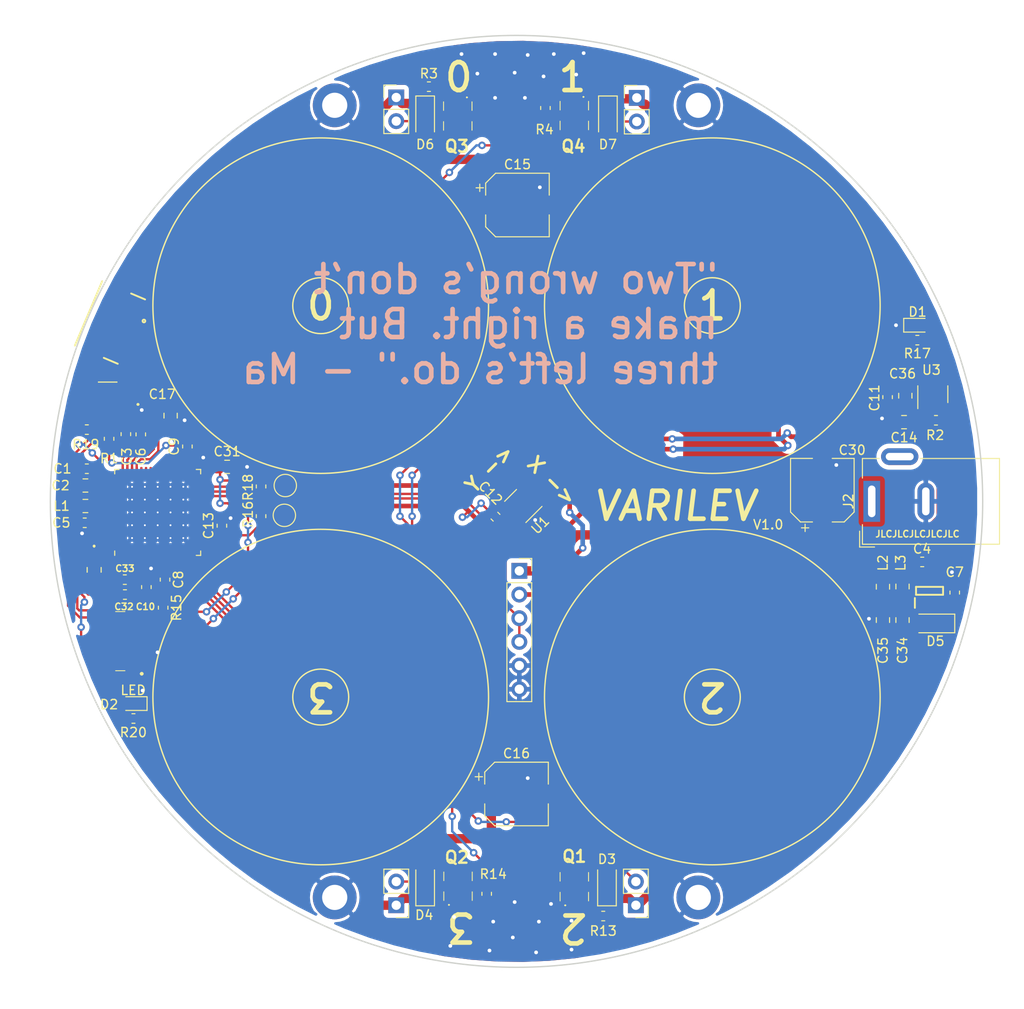
<source format=kicad_pcb>
(kicad_pcb (version 20171130) (host pcbnew "(5.1.6)-1")
  (layers (0 F.Cu signal) (31 B.Cu power) (34 B.Paste user) (35 F.Paste user) (36 B.SilkS user) (37 F.SilkS user) (38 B.Mask user) (39 F.Mask user) (44 Edge.Cuts user))
  (net 0 "")
  (net 1 GND)
  (net 2 /VDDCORE)
  (net 3 /RESET)
  (net 4 +5V)
  (net 5 "Net-(D1-Pad2)")
  (net 6 /SWDIO)
  (net 7 /SWCLK)
  (net 8 +3V3)
  (net 9 /VSW)
  (net 10 /MOSI)
  (net 11 /MISO)
  (net 12 /D+)
  (net 13 /D-)
  (net 14 /RX)
  (net 15 /TX)
  (net 16 /SCL)
  (net 17 /SDA)
  (net 18 "Net-(IC2-Pad3)")
  (net 19 /SCK)
  (net 20 /SD_CS)
  (net 21 "Net-(J3-Pad4)")
  (net 22 /AREF)
  (net 23 "Net-(R2-Pad2)")
  (net 24 "Net-(U3-Pad4)")
  (net 25 +VDC)
  (net 26 /D1_EN)
  (net 27 /D1_S0_STEP)
  (net 28 /D1_S1_DIR)
  (net 29 /D1_S1_STEP)
  (net 30 /D1_CS)
  (net 31 /D0_EN)
  (net 32 /D0_S0_STEP)
  (net 33 /D0_S1_DIR)
  (net 34 /D0_S1_STEP)
  (net 35 /D0_CS)
  (net 36 /D1_S0_DIR)
  (net 37 /D0_S0_DIR)
  (net 38 "Net-(Q1-Pad4)")
  (net 39 "Net-(Q2-Pad4)")
  (net 40 "Net-(J6-Pad9)")
  (net 41 "Net-(J6-Pad8)")
  (net 42 "Net-(J6-Pad7)")
  (net 43 "Net-(J6-Pad6)")
  (net 44 /GATE0)
  (net 45 /GATE1)
  (net 46 /OSC1)
  (net 47 /OSC0)
  (net 48 /SERVO0)
  (net 49 /SERVO1)
  (net 50 /SERVO2)
  (net 51 /GEN14)
  (net 52 /GEN13)
  (net 53 /GEN12)
  (net 54 /GEN11)
  (net 55 /GEN10)
  (net 56 /GEN9)
  (net 57 /GEN8)
  (net 58 /GEN7)
  (net 59 /GEN6)
  (net 60 /GEN5)
  (net 61 /GEN4)
  (net 62 /GEN3)
  (net 63 /GEN2)
  (net 64 /GEN1)
  (net 65 /GEN0)
  (net 66 "Net-(IC2-Pad64)")
  (net 67 "Net-(IC2-Pad63)")
  (net 68 "Net-(R19-Pad1)")
  (net 69 "Net-(D2-Pad2)")
  (net 70 "Net-(D3-Pad2)")
  (net 71 "Net-(D4-Pad2)")
  (net 72 "Net-(C4-Pad2)")
  (net 73 "Net-(C4-Pad1)")
  (net 74 /VSENSE)
  (net 75 "Net-(C7-Pad1)")
  (net 76 "Net-(D6-Pad2)")
  (net 77 "Net-(D7-Pad2)")
  (net 78 "Net-(Q3-Pad4)")
  (net 79 "Net-(Q4-Pad4)")
  (module Capacitor_SMD:C_0805_2012Metric (layer F.Cu) (at 76.3 110 270)
    (fp_text reference C17 (at -2.3 0.9 180) (layer F.SilkS))
    (fp_text value 10uF)
    (pad 2 smd roundrect (at 0.9375 0 270) (size 0.975 1.4) (layers F.Cu F.Paste F.Mask) (net 1 GND))
    (pad 1 smd roundrect (at -0.9375 0 270) (size 0.975 1.4) (layers F.Cu F.Paste F.Mask) (net 4 +5V))
  )
  (module Capacitor_SMD:CP_Elec_6.3x7.7 (layer F.Cu) (at 113.4 150.6)
    (fp_text reference C16 (at 0 -4.35) (layer F.SilkS))
    (fp_text value 47uF)
    (pad 2 smd roundrect (at 2.7 0) (size 3.5 1.6) (layers F.Cu F.Paste F.Mask) (roundrect_rratio 0.15625) (net 1 GND))
    (pad 1 smd roundrect (at -2.7 0) (size 3.5 1.6) (layers F.Cu F.Paste F.Mask) (roundrect_rratio 0.15625) (net 25 +VDC))
  )
  (module Capacitor_SMD:CP_Elec_6.3x7.7 (layer F.Cu) (at 113.5 87.4)
    (fp_text reference C15 (at 0 -4.35) (layer F.SilkS))
    (fp_text value 47uF)
    (pad 2 smd roundrect (at 2.7 0) (size 3.5 1.6) (layers F.Cu F.Paste F.Mask) (roundrect_rratio 0.15625) (net 1 GND))
    (pad 1 smd roundrect (at -2.7 0) (size 3.5 1.6) (layers F.Cu F.Paste F.Mask) (roundrect_rratio 0.15625) (net 25 +VDC))
  )
  (module Capacitor_SMD:C_0805_2012Metric (layer F.Cu) (at 154.9625 110.7 180)
    (fp_text reference C14 (at 0 -1.65) (layer F.SilkS))
    (fp_text value 10uF)
    (pad 2 smd roundrect (at 0.9375 0 180) (size 0.975 1.4) (layers F.Cu F.Paste F.Mask) (net 1 GND))
    (pad 1 smd roundrect (at -0.9375 0 180) (size 0.975 1.4) (layers F.Cu F.Paste F.Mask) (net 4 +5V))
  )
  (module Capacitor_SMD:C_0603_1608Metric (layer F.Cu) (at 81.8 121.8125 90)
    (fp_text reference C13 (at 0 -1.43 90) (layer F.SilkS))
    (fp_text value 100nF)
    (pad 2 smd roundrect (at 0.7875 0 90) (size 0.875 0.95) (layers F.Cu F.Paste F.Mask) (net 1 GND))
    (pad 1 smd roundrect (at -0.7875 0 90) (size 0.875 0.95) (layers F.Cu F.Paste F.Mask) (net 8 +3V3))
  )
  (module SamacSys_Parts:LFXTAL009678REEL (layer F.Cu) (at 68.1 126.55 270)
    (fp_text reference Y1 hide)
    (fp_text value LFXTAL009678REEL hide)
    (pad 2 smd rect (at 1.25 0 270) (size 1.1 1.9) (layers F.Cu F.Paste F.Mask) (net 46 /OSC1))
    (pad 1 smd rect (at -1.25 0 270) (size 1.1 1.9) (layers F.Cu F.Paste F.Mask) (net 47 /OSC0))
  )
  (module Package_TO_SOT_SMD:SOT-23-5 (layer F.Cu) (at 158.05 107.7 90)
    (fp_text reference U3 (at 2.6 -0.15 180) (layer F.SilkS))
    (fp_text value AP2112K-3.3)
    (pad 5 smd rect (at 1.1 -0.95 90) (size 1.06 0.65) (layers F.Cu F.Paste F.Mask) (net 8 +3V3))
    (pad 4 smd rect (at 1.1 0.95 90) (size 1.06 0.65) (layers F.Cu F.Paste F.Mask) (net 24 "Net-(U3-Pad4)"))
    (pad 3 smd rect (at -1.1 0.95 90) (size 1.06 0.65) (layers F.Cu F.Paste F.Mask) (net 23 "Net-(R2-Pad2)"))
    (pad 2 smd rect (at -1.1 0 90) (size 1.06 0.65) (layers F.Cu F.Paste F.Mask) (net 1 GND))
    (pad 1 smd rect (at -1.1 -0.95 90) (size 1.06 0.65) (layers F.Cu F.Paste F.Mask) (net 4 +5V))
  )
  (module Package_TO_SOT_SMD:SOT-23-6 (layer F.Cu) (at 113.9 119.7 225)
    (fp_text reference U1 (at 0 -2.9 45) (layer F.SilkS))
    (fp_text value TLV493D)
    (pad 5 smd rect (at 1.1 0 225) (size 1.06 0.65) (layers F.Cu F.Paste F.Mask) (net 1 GND))
    (pad 6 smd rect (at 1.1 -0.95 225) (size 1.06 0.65) (layers F.Cu F.Paste F.Mask) (net 17 /SDA))
    (pad 4 smd rect (at 1.1 0.95 225) (size 1.06 0.65) (layers F.Cu F.Paste F.Mask) (net 8 +3V3))
    (pad 3 smd rect (at -1.1 0.95 225) (size 1.06 0.65) (layers F.Cu F.Paste F.Mask) (net 1 GND))
    (pad 2 smd rect (at -1.1 0 225) (size 1.06 0.65) (layers F.Cu F.Paste F.Mask) (net 1 GND))
    (pad 1 smd rect (at -1.1 -0.95 225) (size 1.06 0.65) (layers F.Cu F.Paste F.Mask) (net 16 /SCL))
  )
  (module SamacSys_Parts:KMR421GULCLFS (layer F.Cu) (at 69.55 107.8 180)
    (fp_text reference S1 hide)
    (fp_text value KMR243GLFG hide)
    (pad 5 smd rect (at 0 -1.425 270) (size 0.55 1.7) (layers F.Cu F.Paste F.Mask) (net 1 GND))
    (pad 4 smd rect (at 2.05 -0.8 180) (size 0.9 1) (layers F.Cu F.Paste F.Mask) (net 68 "Net-(R19-Pad1)"))
    (pad 3 smd rect (at 2.05 0.8 180) (size 0.9 1) (layers F.Cu F.Paste F.Mask) (net 1 GND))
    (pad 2 smd rect (at -2.05 0.8 180) (size 0.9 1) (layers F.Cu F.Paste F.Mask) (net 1 GND))
    (pad 1 smd rect (at -2.05 -0.8 180) (size 0.9 1) (layers F.Cu F.Paste F.Mask) (net 68 "Net-(R19-Pad1)"))
  )
  (module Resistor_SMD:R_0603_1608Metric (layer F.Cu) (at 72.3125 142.5)
    (fp_text reference R20 (at -0.0125 1.5) (layer F.SilkS))
    (fp_text value 174)
    (pad 2 smd roundrect (at 0.7875 0) (size 0.875 0.95) (layers F.Cu F.Paste F.Mask) (net 51 /GEN14))
    (pad 1 smd roundrect (at -0.7875 0) (size 0.875 0.95) (layers F.Cu F.Paste F.Mask) (net 69 "Net-(D2-Pad2)"))
  )
  (module Resistor_SMD:R_0603_1608Metric (layer F.Cu) (at 67.3125 111.5)
    (fp_text reference R19 (at -0.1125 1.6) (layer F.SilkS))
    (fp_text value 174)
    (pad 2 smd roundrect (at 0.7875 0) (size 0.875 0.95) (layers F.Cu F.Paste F.Mask) (net 3 /RESET))
    (pad 1 smd roundrect (at -0.7875 0) (size 0.875 0.95) (layers F.Cu F.Paste F.Mask) (net 68 "Net-(R19-Pad1)"))
  )
  (module Resistor_SMD:R_0603_1608Metric (layer F.Cu) (at 86 117.6 270)
    (fp_text reference R18 (at 0.1 1.4 90) (layer F.SilkS))
    (fp_text value 10k)
    (pad 2 smd roundrect (at 0.7875 0 270) (size 0.875 0.95) (layers F.Cu F.Paste F.Mask) (net 16 /SCL))
    (pad 1 smd roundrect (at -0.7875 0 270) (size 0.875 0.95) (layers F.Cu F.Paste F.Mask) (net 8 +3V3))
  )
  (module Resistor_SMD:R_0603_1608Metric (layer F.Cu) (at 156.3875 101.9 180)
    (fp_text reference R17 (at 0 -1.43) (layer F.SilkS))
    (fp_text value 174)
    (pad 2 smd roundrect (at 0.7875 0 180) (size 0.875 0.95) (layers F.Cu F.Paste F.Mask) (net 8 +3V3))
    (pad 1 smd roundrect (at -0.7875 0 180) (size 0.875 0.95) (layers F.Cu F.Paste F.Mask) (net 5 "Net-(D1-Pad2)"))
  )
  (module Resistor_SMD:R_0603_1608Metric (layer F.Cu) (at 86 120.7875 90)
    (fp_text reference R16 (at 0.1875 -1.4 270) (layer F.SilkS))
    (fp_text value 10k)
    (pad 2 smd roundrect (at 0.7875 0 90) (size 0.875 0.95) (layers F.Cu F.Paste F.Mask) (net 17 /SDA))
    (pad 1 smd roundrect (at -0.7875 0 90) (size 0.875 0.95) (layers F.Cu F.Paste F.Mask) (net 8 +3V3))
  )
  (module Resistor_SMD:R_0603_1608Metric (layer F.Cu) (at 75.5 130.6125 270)
    (fp_text reference R15 (at 0 -1.43 90) (layer F.SilkS))
    (fp_text value 10k)
    (pad 2 smd roundrect (at 0.7875 0 270) (size 0.875 0.95) (layers F.Cu F.Paste F.Mask) (net 7 /SWCLK))
    (pad 1 smd roundrect (at -0.7875 0 270) (size 0.875 0.95) (layers F.Cu F.Paste F.Mask) (net 8 +3V3))
  )
  (module Resistor_SMD:R_0603_1608Metric (layer F.Cu) (at 110.2 161.3125 90)
    (fp_text reference R14 (at 2.1125 0.7 180) (layer F.SilkS))
    (fp_text value 174)
    (pad 2 smd roundrect (at 0.7875 0 90) (size 0.875 0.95) (layers F.Cu F.Paste F.Mask) (net 64 /GEN1))
    (pad 1 smd roundrect (at -0.7875 0 90) (size 0.875 0.95) (layers F.Cu F.Paste F.Mask) (net 39 "Net-(Q2-Pad4)"))
  )
  (module Resistor_SMD:R_0603_1608Metric (layer F.Cu) (at 122.7 163.7)
    (fp_text reference R13 (at 0 1.6) (layer F.SilkS))
    (fp_text value 174)
    (pad 2 smd roundrect (at 0.7875 0) (size 0.875 0.95) (layers F.Cu F.Paste F.Mask) (net 63 /GEN2))
    (pad 1 smd roundrect (at -0.7875 0) (size 0.875 0.95) (layers F.Cu F.Paste F.Mask) (net 38 "Net-(Q1-Pad4)"))
  )
  (module Resistor_SMD:R_0603_1608Metric (layer F.Cu) (at 116.5 76.9875 270)
    (fp_text reference R4 (at 2.3125 0.1 180) (layer F.SilkS))
    (fp_text value 174)
    (pad 2 smd roundrect (at 0.7875 0 270) (size 0.875 0.95) (layers F.Cu F.Paste F.Mask) (net 62 /GEN3))
    (pad 1 smd roundrect (at -0.7875 0 270) (size 0.875 0.95) (layers F.Cu F.Paste F.Mask) (net 79 "Net-(Q4-Pad4)"))
  )
  (module Resistor_SMD:R_0603_1608Metric (layer F.Cu) (at 104 74.7 180)
    (fp_text reference R3 (at 0 1.4) (layer F.SilkS))
    (fp_text value 174)
    (pad 2 smd roundrect (at 0.7875 0 180) (size 0.875 0.95) (layers F.Cu F.Paste F.Mask) (net 61 /GEN4))
    (pad 1 smd roundrect (at -0.7875 0 180) (size 0.875 0.95) (layers F.Cu F.Paste F.Mask) (net 78 "Net-(Q3-Pad4)"))
  )
  (module Resistor_SMD:R_0603_1608Metric (layer F.Cu) (at 158.3875 110.5)
    (fp_text reference R2 (at -0.0875 1.6) (layer F.SilkS))
    (fp_text value 10k)
    (pad 2 smd roundrect (at 0.7875 0) (size 0.875 0.95) (layers F.Cu F.Paste F.Mask) (net 23 "Net-(R2-Pad2)"))
    (pad 1 smd roundrect (at -0.7875 0) (size 0.875 0.95) (layers F.Cu F.Paste F.Mask) (net 4 +5V))
  )
  (module Resistor_SMD:R_0603_1608Metric (layer F.Cu) (at 69.7 112.4875 90)
    (fp_text reference R1 (at -2.1125 0 180) (layer F.SilkS))
    (fp_text value 10k)
    (pad 2 smd roundrect (at 0.7875 0 90) (size 0.875 0.95) (layers F.Cu F.Paste F.Mask) (net 3 /RESET))
    (pad 1 smd roundrect (at -0.7875 0 90) (size 0.875 0.95) (layers F.Cu F.Paste F.Mask) (net 8 +3V3))
  )
  (module SamacSys_Parts:NVTFS6H854NTAG (layer F.Cu) (at 119.6 77.8)
    (fp_text reference Q4 (at -0.1 3.3) (layer F.SilkS) (effects (font (size 1.27 1.27) (thickness 0.254))))
    (fp_text value NVTFS4C08NTAG hide)
    (pad 11 smd rect (at -1.458 0) (size 0.545 0.57) (layers F.Cu F.Paste F.Mask))
    (pad 10 smd rect (at 1.458 0) (size 0.545 0.57) (layers F.Cu F.Paste F.Mask))
    (pad 9 smd rect (at 0 0.45 90) (size 1.83 2.37) (layers F.Cu F.Paste F.Mask))
    (pad 8 smd rect (at 0.975 1.6) (size 0.42 0.47) (layers F.Cu F.Paste F.Mask) (net 77 "Net-(D7-Pad2)"))
    (pad 7 smd rect (at 0.325 1.6) (size 0.42 0.47) (layers F.Cu F.Paste F.Mask) (net 77 "Net-(D7-Pad2)"))
    (pad 6 smd rect (at -0.325 1.6) (size 0.42 0.47) (layers F.Cu F.Paste F.Mask) (net 77 "Net-(D7-Pad2)"))
    (pad 5 smd rect (at -0.975 1.6) (size 0.42 0.47) (layers F.Cu F.Paste F.Mask) (net 77 "Net-(D7-Pad2)"))
    (pad 4 smd rect (at -0.975 -1.435) (size 0.42 0.66) (layers F.Cu F.Paste F.Mask) (net 79 "Net-(Q4-Pad4)"))
    (pad 3 smd rect (at -0.325 -1.435) (size 0.42 0.66) (layers F.Cu F.Paste F.Mask) (net 1 GND))
    (pad 2 smd rect (at 0.325 -1.435) (size 0.42 0.66) (layers F.Cu F.Paste F.Mask) (net 1 GND))
    (pad 1 smd rect (at 0.975 -1.435) (size 0.42 0.66) (layers F.Cu F.Paste F.Mask) (net 1 GND))
  )
  (module SamacSys_Parts:NVTFS6H854NTAG (layer F.Cu) (at 107.1 77.85)
    (fp_text reference Q3 (at -0.1 3.25) (layer F.SilkS) (effects (font (size 1.27 1.27) (thickness 0.254))))
    (fp_text value NVTFS4C08NTAG hide)
    (pad 11 smd rect (at -1.458 0) (size 0.545 0.57) (layers F.Cu F.Paste F.Mask))
    (pad 10 smd rect (at 1.458 0) (size 0.545 0.57) (layers F.Cu F.Paste F.Mask))
    (pad 9 smd rect (at 0 0.45 90) (size 1.83 2.37) (layers F.Cu F.Paste F.Mask))
    (pad 8 smd rect (at 0.975 1.6) (size 0.42 0.47) (layers F.Cu F.Paste F.Mask) (net 76 "Net-(D6-Pad2)"))
    (pad 7 smd rect (at 0.325 1.6) (size 0.42 0.47) (layers F.Cu F.Paste F.Mask) (net 76 "Net-(D6-Pad2)"))
    (pad 6 smd rect (at -0.325 1.6) (size 0.42 0.47) (layers F.Cu F.Paste F.Mask) (net 76 "Net-(D6-Pad2)"))
    (pad 5 smd rect (at -0.975 1.6) (size 0.42 0.47) (layers F.Cu F.Paste F.Mask) (net 76 "Net-(D6-Pad2)"))
    (pad 4 smd rect (at -0.975 -1.435) (size 0.42 0.66) (layers F.Cu F.Paste F.Mask) (net 78 "Net-(Q3-Pad4)"))
    (pad 3 smd rect (at -0.325 -1.435) (size 0.42 0.66) (layers F.Cu F.Paste F.Mask) (net 1 GND))
    (pad 2 smd rect (at 0.325 -1.435) (size 0.42 0.66) (layers F.Cu F.Paste F.Mask) (net 1 GND))
    (pad 1 smd rect (at 0.975 -1.435) (size 0.42 0.66) (layers F.Cu F.Paste F.Mask) (net 1 GND))
  )
  (module SamacSys_Parts:NVTFS6H854NTAG (layer F.Cu) (at 107.125 160.5 180)
    (fp_text reference Q2 (at 0.125 3.1) (layer F.SilkS) (effects (font (size 1.27 1.27) (thickness 0.254))))
    (fp_text value NVTFS4C08NTAG hide)
    (pad 11 smd rect (at -1.458 0 180) (size 0.545 0.57) (layers F.Cu F.Paste F.Mask))
    (pad 10 smd rect (at 1.458 0 180) (size 0.545 0.57) (layers F.Cu F.Paste F.Mask))
    (pad 9 smd rect (at 0 0.45 270) (size 1.83 2.37) (layers F.Cu F.Paste F.Mask))
    (pad 8 smd rect (at 0.975 1.6 180) (size 0.42 0.47) (layers F.Cu F.Paste F.Mask) (net 71 "Net-(D4-Pad2)"))
    (pad 7 smd rect (at 0.325 1.6 180) (size 0.42 0.47) (layers F.Cu F.Paste F.Mask) (net 71 "Net-(D4-Pad2)"))
    (pad 6 smd rect (at -0.325 1.6 180) (size 0.42 0.47) (layers F.Cu F.Paste F.Mask) (net 71 "Net-(D4-Pad2)"))
    (pad 5 smd rect (at -0.975 1.6 180) (size 0.42 0.47) (layers F.Cu F.Paste F.Mask) (net 71 "Net-(D4-Pad2)"))
    (pad 4 smd rect (at -0.975 -1.435 180) (size 0.42 0.66) (layers F.Cu F.Paste F.Mask) (net 39 "Net-(Q2-Pad4)"))
    (pad 3 smd rect (at -0.325 -1.435 180) (size 0.42 0.66) (layers F.Cu F.Paste F.Mask) (net 1 GND))
    (pad 2 smd rect (at 0.325 -1.435 180) (size 0.42 0.66) (layers F.Cu F.Paste F.Mask) (net 1 GND))
    (pad 1 smd rect (at 0.975 -1.435 180) (size 0.42 0.66) (layers F.Cu F.Paste F.Mask) (net 1 GND))
  )
  (module SamacSys_Parts:NVTFS6H854NTAG (layer F.Cu) (at 119.6 160.55 180)
    (fp_text reference Q1 (at 0 3.25) (layer F.SilkS) (effects (font (size 1.27 1.27) (thickness 0.254))))
    (fp_text value NVTFS4C08NTAG hide)
    (pad 11 smd rect (at -1.458 0 180) (size 0.545 0.57) (layers F.Cu F.Paste F.Mask))
    (pad 10 smd rect (at 1.458 0 180) (size 0.545 0.57) (layers F.Cu F.Paste F.Mask))
    (pad 9 smd rect (at 0 0.45 270) (size 1.83 2.37) (layers F.Cu F.Paste F.Mask))
    (pad 8 smd rect (at 0.975 1.6 180) (size 0.42 0.47) (layers F.Cu F.Paste F.Mask) (net 70 "Net-(D3-Pad2)"))
    (pad 7 smd rect (at 0.325 1.6 180) (size 0.42 0.47) (layers F.Cu F.Paste F.Mask) (net 70 "Net-(D3-Pad2)"))
    (pad 6 smd rect (at -0.325 1.6 180) (size 0.42 0.47) (layers F.Cu F.Paste F.Mask) (net 70 "Net-(D3-Pad2)"))
    (pad 5 smd rect (at -0.975 1.6 180) (size 0.42 0.47) (layers F.Cu F.Paste F.Mask) (net 70 "Net-(D3-Pad2)"))
    (pad 4 smd rect (at -0.975 -1.435 180) (size 0.42 0.66) (layers F.Cu F.Paste F.Mask) (net 38 "Net-(Q1-Pad4)"))
    (pad 3 smd rect (at -0.325 -1.435 180) (size 0.42 0.66) (layers F.Cu F.Paste F.Mask) (net 1 GND))
    (pad 2 smd rect (at 0.325 -1.435 180) (size 0.42 0.66) (layers F.Cu F.Paste F.Mask) (net 1 GND))
    (pad 1 smd rect (at 0.975 -1.435 180) (size 0.42 0.66) (layers F.Cu F.Paste F.Mask) (net 1 GND))
  )
  (module Inductor_SMD:L_0805_2012Metric (layer F.Cu) (at 154.8 128.3375 90)
    (fp_text reference L3 (at 2.5375 -0.2 90) (layer F.SilkS))
    (fp_text value 10uH)
    (pad 2 smd roundrect (at 0.9375 0 90) (size 0.975 1.4) (layers F.Cu F.Paste F.Mask) (net 73 "Net-(C4-Pad1)"))
    (pad 1 smd roundrect (at -0.9375 0 90) (size 0.975 1.4) (layers F.Cu F.Paste F.Mask) (net 4 +5V))
  )
  (module Inductor_SMD:L_0805_2012Metric (layer F.Cu) (at 152.7 128.3625 90)
    (fp_text reference L2 (at 2.5625 0 90) (layer F.SilkS))
    (fp_text value 10uH)
    (pad 2 smd roundrect (at 0.9375 0 90) (size 0.975 1.4) (layers F.Cu F.Paste F.Mask) (net 73 "Net-(C4-Pad1)"))
    (pad 1 smd roundrect (at -0.9375 0 90) (size 0.975 1.4) (layers F.Cu F.Paste F.Mask) (net 4 +5V))
  )
  (module Inductor_SMD:L_0805_2012Metric (layer F.Cu) (at 67.1625 119.7 180)
    (fp_text reference L1 (at 2.5625 0) (layer F.SilkS))
    (fp_text value 10uH)
    (pad 2 smd roundrect (at 0.9375 0 180) (size 0.975 1.4) (layers F.Cu F.Paste F.Mask) (net 2 /VDDCORE))
    (pad 1 smd roundrect (at -0.9375 0 180) (size 0.975 1.4) (layers F.Cu F.Paste F.Mask) (net 9 /VSW))
  )
  (module Connector_PinSocket_2.54mm:PinSocket_1x06_P2.54mm_Vertical (layer F.Cu) (at 113.7 126.66)
    (fp_text reference J22 hide)
    (fp_text value Conn_01x06)
    (pad 6 thru_hole oval (at 0 12.7) (size 1.7 1.7) (drill 1) (layers *.Cu *.Mask) (net 1 GND))
    (pad 5 thru_hole oval (at 0 10.16) (size 1.7 1.7) (drill 1) (layers *.Cu *.Mask) (net 1 GND))
    (pad 4 thru_hole oval (at 0 7.62) (size 1.7 1.7) (drill 1) (layers *.Cu *.Mask) (net 8 +3V3))
    (pad 3 thru_hole oval (at 0 5.08) (size 1.7 1.7) (drill 1) (layers *.Cu *.Mask) (net 8 +3V3))
    (pad 2 thru_hole oval (at 0 2.54) (size 1.7 1.7) (drill 1) (layers *.Cu *.Mask) (net 4 +5V))
    (pad 1 thru_hole rect (at 0 0) (size 1.7 1.7) (drill 1) (layers *.Cu *.Mask) (net 25 +VDC))
  )
  (module MountingHole:MountingHole_2.7mm_M2.5_DIN965_Pad (layer F.Cu) (at 132.9 76.7)
    (fp_text reference J20 hide)
    (fp_text value Hole)
    (pad 1 thru_hole circle (at 0 0) (size 4.7 4.7) (drill 2.7) (layers *.Cu *.Mask) (net 1 GND))
  )
  (module MountingHole:MountingHole_2.7mm_M2.5_DIN965_Pad (layer F.Cu) (at 93.9 76.7)
    (fp_text reference J19 hide)
    (fp_text value Hole)
    (pad 1 thru_hole circle (at 0 0) (size 4.7 4.7) (drill 2.7) (layers *.Cu *.Mask) (net 1 GND))
  )
  (module MountingHole:MountingHole_2.7mm_M2.5_DIN965_Pad (layer F.Cu) (at 93.9 161.7)
    (fp_text reference J18 hide)
    (fp_text value Hole)
    (pad 1 thru_hole circle (at 0 0) (size 4.7 4.7) (drill 2.7) (layers *.Cu *.Mask) (net 1 GND))
  )
  (module MountingHole:MountingHole_2.7mm_M2.5_DIN965_Pad (layer F.Cu) (at 132.9 161.7)
    (fp_text reference J17 hide)
    (fp_text value Hole)
    (pad 1 thru_hole circle (at 0 0) (size 4.7 4.7) (drill 2.7) (layers *.Cu *.Mask) (net 1 GND))
  )
  (module Connector_PinHeader_2.54mm:PinHeader_1x02_P2.54mm_Vertical (layer F.Cu) (at 126.3 75.9)
    (fp_text reference J9 hide)
    (fp_text value Conn_01x02)
    (pad 2 thru_hole oval (at 0 2.54) (size 1.7 1.7) (drill 1) (layers *.Cu *.Mask) (net 77 "Net-(D7-Pad2)"))
    (pad 1 thru_hole rect (at 0 0) (size 1.7 1.7) (drill 1) (layers *.Cu *.Mask) (net 25 +VDC))
  )
  (module Connector_PinHeader_2.54mm:PinHeader_1x02_P2.54mm_Vertical (layer F.Cu) (at 100.5 162.54 180)
    (fp_text reference J8 hide)
    (fp_text value Conn_01x02)
    (pad 2 thru_hole oval (at 0 2.54 180) (size 1.7 1.7) (drill 1) (layers *.Cu *.Mask) (net 71 "Net-(D4-Pad2)"))
    (pad 1 thru_hole rect (at 0 0 180) (size 1.7 1.7) (drill 1) (layers *.Cu *.Mask) (net 25 +VDC))
  )
  (module Connector_PinHeader_2.54mm:PinHeader_1x02_P2.54mm_Vertical (layer F.Cu) (at 126.2 162.54 180)
    (fp_text reference J7 hide)
    (fp_text value Conn_01x02)
    (pad 2 thru_hole oval (at 0 2.54 180) (size 1.7 1.7) (drill 1) (layers *.Cu *.Mask) (net 70 "Net-(D3-Pad2)"))
    (pad 1 thru_hole rect (at 0 0 180) (size 1.7 1.7) (drill 1) (layers *.Cu *.Mask) (net 25 +VDC))
  )
  (module SamacSys_Parts:2002112100010C4LF (layer F.Cu) (at 70.9 134.2 90)
    (fp_text reference J6 hide)
    (fp_text value 20021121-00010C4LF hide)
    (pad 10 smd rect (at 2.54 -1.95 90) (size 0.76 2.4) (layers F.Cu F.Paste F.Mask) (net 3 /RESET))
    (pad 9 smd rect (at 2.54 1.95 90) (size 0.76 2.4) (layers F.Cu F.Paste F.Mask) (net 40 "Net-(J6-Pad9)"))
    (pad 8 smd rect (at 1.27 -1.95 90) (size 0.76 2.4) (layers F.Cu F.Paste F.Mask) (net 41 "Net-(J6-Pad8)"))
    (pad 7 smd rect (at 1.27 1.95 90) (size 0.76 2.4) (layers F.Cu F.Paste F.Mask) (net 42 "Net-(J6-Pad7)"))
    (pad 6 smd rect (at 0 -1.95 90) (size 0.76 2.4) (layers F.Cu F.Paste F.Mask) (net 43 "Net-(J6-Pad6)"))
    (pad 5 smd rect (at 0 1.95 90) (size 0.76 2.4) (layers F.Cu F.Paste F.Mask) (net 1 GND))
    (pad 4 smd rect (at -1.27 -1.95 90) (size 0.76 2.4) (layers F.Cu F.Paste F.Mask) (net 7 /SWCLK))
    (pad 3 smd rect (at -1.27 1.95 90) (size 0.76 2.4) (layers F.Cu F.Paste F.Mask) (net 1 GND))
    (pad 2 smd rect (at -2.54 -1.95 90) (size 0.76 2.4) (layers F.Cu F.Paste F.Mask) (net 6 /SWDIO))
    (pad 1 smd rect (at -2.54 1.95 90) (size 0.76 2.4) (layers F.Cu F.Paste F.Mask) (net 8 +3V3))
  )
  (module Connector_PinHeader_2.54mm:PinHeader_1x02_P2.54mm_Vertical (layer F.Cu) (at 100.5 75.86)
    (fp_text reference J5 hide)
    (fp_text value Conn_01x02)
    (pad 2 thru_hole oval (at 0 2.54) (size 1.7 1.7) (drill 1) (layers *.Cu *.Mask) (net 76 "Net-(D6-Pad2)"))
    (pad 1 thru_hole rect (at 0 0) (size 1.7 1.7) (drill 1) (layers *.Cu *.Mask) (net 25 +VDC))
  )
  (module TestPoint:TestPoint_Pad_D2.0mm (layer F.Cu) (at 88.5 120.7)
    (fp_text reference J4 hide)
    (fp_text value PAD)
    (pad 1 smd circle (at 0 0) (size 2 2) (layers F.Cu F.Mask) (net 17 /SDA))
  )
  (module SamacSys_Parts:47346-0001 (layer F.Cu) (at 67.493677 99.030851 67)
    (fp_text reference J3 hide)
    (fp_text value 47346-0001 hide)
    (pad 11 smd rect (at -2.9125 2.15 157) (size 1.9 2.375) (layers F.Cu F.Paste F.Mask))
    (pad 10 smd rect (at 2.9125 2.15 157) (size 1.9 2.375) (layers F.Cu F.Paste F.Mask))
    (pad 9 smd rect (at -0.8375 2.15 67) (size 1.175 1.9) (layers F.Cu F.Paste F.Mask))
    (pad 8 smd rect (at 0.8375 2.15 67) (size 1.175 1.9) (layers F.Cu F.Paste F.Mask))
    (pad 7 smd rect (at 2.4525 4.45 67) (size 1.475 2.1) (layers F.Cu F.Paste F.Mask))
    (pad 6 smd rect (at -2.4525 4.45 67) (size 1.475 2.1) (layers F.Cu F.Paste F.Mask))
    (pad 5 smd rect (at -1.3 4.81 67) (size 0.45 1.38) (layers F.Cu F.Paste F.Mask) (net 1 GND))
    (pad 4 smd rect (at -0.65 4.81 67) (size 0.45 1.38) (layers F.Cu F.Paste F.Mask) (net 21 "Net-(J3-Pad4)"))
    (pad 3 smd rect (at 0 4.81 67) (size 0.45 1.38) (layers F.Cu F.Paste F.Mask) (net 12 /D+))
    (pad 2 smd rect (at 0.65 4.81 67) (size 0.45 1.38) (layers F.Cu F.Paste F.Mask) (net 13 /D-))
    (pad 1 smd rect (at 1.3 4.81 67) (size 0.45 1.38) (layers F.Cu F.Paste F.Mask) (net 4 +5V))
  )
  (module Connector_BarrelJack:BarrelJack_Wuerth_6941xx301002 (layer F.Cu) (at 151.5 119.2 90)
    (fp_text reference J2 (at 0 -2.5 90) (layer F.SilkS))
    (fp_text value Conn_01x02)
    (pad 1 thru_hole rect (at 0 0 90) (size 4.4 1.8) (drill oval 3.4 0.8) (layers *.Cu *.Mask) (net 25 +VDC))
    (pad 2 thru_hole oval (at 0 5.8 90) (size 4 1.8) (drill oval 3 0.8) (layers *.Cu *.Mask) (net 1 GND))
    (pad 3 thru_hole oval (at 4.8 3 180) (size 4 1.8) (drill oval 3 0.8) (layers *.Cu *.Mask))
  )
  (module TestPoint:TestPoint_Pad_D2.0mm (layer F.Cu) (at 88.6 117.5)
    (fp_text reference J1 hide)
    (fp_text value PAD)
    (pad 1 smd circle (at 0 0) (size 2 2) (layers F.Cu F.Mask) (net 16 /SCL))
  )
  (module Package_DFN_QFN:QFN-64-1EP_9x9mm_P0.5mm_EP6x6mm_ThermalVias (layer F.Cu) (at 74.9125 120.3875 90)
    (fp_text reference IC2 hide)
    (fp_text value ATSAMD51J19A-MU)
    (pad 64 smd roundrect (at -3.75 -4.4375 90) (size 0.25 0.875) (layers F.Cu F.Paste F.Mask) (net 66 "Net-(IC2-Pad64)"))
    (pad 63 smd roundrect (at -3.25 -4.4375 90) (size 0.25 0.875) (layers F.Cu F.Paste F.Mask) (net 67 "Net-(IC2-Pad63)"))
    (pad 62 smd roundrect (at -2.75 -4.4375 90) (size 0.25 0.875) (layers F.Cu F.Paste F.Mask) (net 74 /VSENSE))
    (pad 61 smd roundrect (at -2.25 -4.4375 90) (size 0.25 0.875) (layers F.Cu F.Paste F.Mask) (net 37 /D0_S0_DIR))
    (pad 60 smd roundrect (at -1.75 -4.4375 90) (size 0.25 0.875) (layers F.Cu F.Paste F.Mask) (net 32 /D0_S0_STEP))
    (pad 59 smd roundrect (at -1.25 -4.4375 90) (size 0.25 0.875) (layers F.Cu F.Paste F.Mask) (net 31 /D0_EN))
    (pad 58 smd roundrect (at -0.75 -4.4375 90) (size 0.25 0.875) (layers F.Cu F.Paste F.Mask) (net 6 /SWDIO))
    (pad 57 smd roundrect (at -0.25 -4.4375 90) (size 0.25 0.875) (layers F.Cu F.Paste F.Mask) (net 7 /SWCLK))
    (pad 56 smd roundrect (at 0.25 -4.4375 90) (size 0.25 0.875) (layers F.Cu F.Paste F.Mask) (net 8 +3V3))
    (pad 55 smd roundrect (at 0.75 -4.4375 90) (size 0.25 0.875) (layers F.Cu F.Paste F.Mask) (net 9 /VSW))
    (pad 54 smd roundrect (at 1.25 -4.4375 90) (size 0.25 0.875) (layers F.Cu F.Paste F.Mask) (net 1 GND))
    (pad 53 smd roundrect (at 1.75 -4.4375 90) (size 0.25 0.875) (layers F.Cu F.Paste F.Mask) (net 2 /VDDCORE))
    (pad 52 smd roundrect (at 2.25 -4.4375 90) (size 0.25 0.875) (layers F.Cu F.Paste F.Mask) (net 3 /RESET))
    (pad 51 smd roundrect (at 2.75 -4.4375 90) (size 0.25 0.875) (layers F.Cu F.Paste F.Mask) (net 20 /SD_CS))
    (pad 50 smd roundrect (at 3.25 -4.4375 90) (size 0.25 0.875) (layers F.Cu F.Paste F.Mask) (net 10 /MOSI))
    (pad 49 smd roundrect (at 3.75 -4.4375 90) (size 0.25 0.875) (layers F.Cu F.Paste F.Mask) (net 11 /MISO))
    (pad 48 smd roundrect (at 4.4375 -3.75 90) (size 0.875 0.25) (layers F.Cu F.Paste F.Mask) (net 8 +3V3))
    (pad 47 smd roundrect (at 4.4375 -3.25 90) (size 0.875 0.25) (layers F.Cu F.Paste F.Mask) (net 1 GND))
    (pad 46 smd roundrect (at 4.4375 -2.75 90) (size 0.875 0.25) (layers F.Cu F.Paste F.Mask) (net 12 /D+))
    (pad 45 smd roundrect (at 4.4375 -2.25 90) (size 0.875 0.25) (layers F.Cu F.Paste F.Mask) (net 13 /D-))
    (pad 44 smd roundrect (at 4.4375 -1.75 90) (size 0.875 0.25) (layers F.Cu F.Paste F.Mask) (net 28 /D1_S1_DIR))
    (pad 43 smd roundrect (at 4.4375 -1.25 90) (size 0.875 0.25) (layers F.Cu F.Paste F.Mask) (net 29 /D1_S1_STEP))
    (pad 42 smd roundrect (at 4.4375 -0.75 90) (size 0.875 0.25) (layers F.Cu F.Paste F.Mask) (net 36 /D1_S0_DIR))
    (pad 41 smd roundrect (at 4.4375 -0.25 90) (size 0.875 0.25) (layers F.Cu F.Paste F.Mask) (net 27 /D1_S0_STEP))
    (pad 40 smd roundrect (at 4.4375 0.25 90) (size 0.875 0.25) (layers F.Cu F.Paste F.Mask) (net 14 /RX))
    (pad 39 smd roundrect (at 4.4375 0.75 90) (size 0.875 0.25) (layers F.Cu F.Paste F.Mask) (net 15 /TX))
    (pad 38 smd roundrect (at 4.4375 1.25 90) (size 0.875 0.25) (layers F.Cu F.Paste F.Mask) (net 26 /D1_EN))
    (pad 37 smd roundrect (at 4.4375 1.75 90) (size 0.875 0.25) (layers F.Cu F.Paste F.Mask) (net 30 /D1_CS))
    (pad 36 smd roundrect (at 4.4375 2.25 90) (size 0.875 0.25) (layers F.Cu F.Paste F.Mask) (net 19 /SCK))
    (pad 35 smd roundrect (at 4.4375 2.75 90) (size 0.875 0.25) (layers F.Cu F.Paste F.Mask) (net 50 /SERVO2))
    (pad 34 smd roundrect (at 4.4375 3.25 90) (size 0.875 0.25) (layers F.Cu F.Paste F.Mask) (net 8 +3V3))
    (pad 33 smd roundrect (at 4.4375 3.75 90) (size 0.875 0.25) (layers F.Cu F.Paste F.Mask) (net 1 GND))
    (pad 32 smd roundrect (at 3.75 4.4375 90) (size 0.25 0.875) (layers F.Cu F.Paste F.Mask) (net 49 /SERVO1))
    (pad 31 smd roundrect (at 3.25 4.4375 90) (size 0.25 0.875) (layers F.Cu F.Paste F.Mask) (net 48 /SERVO0))
    (pad 30 smd roundrect (at 2.75 4.4375 90) (size 0.25 0.875) (layers F.Cu F.Paste F.Mask) (net 16 /SCL))
    (pad 29 smd roundrect (at 2.25 4.4375 90) (size 0.25 0.875) (layers F.Cu F.Paste F.Mask) (net 17 /SDA))
    (pad 28 smd roundrect (at 1.75 4.4375 90) (size 0.25 0.875) (layers F.Cu F.Paste F.Mask) (net 51 /GEN14))
    (pad 27 smd roundrect (at 1.25 4.4375 90) (size 0.25 0.875) (layers F.Cu F.Paste F.Mask) (net 52 /GEN13))
    (pad 26 smd roundrect (at 0.75 4.4375 90) (size 0.25 0.875) (layers F.Cu F.Paste F.Mask) (net 53 /GEN12))
    (pad 25 smd roundrect (at 0.25 4.4375 90) (size 0.25 0.875) (layers F.Cu F.Paste F.Mask) (net 54 /GEN11))
    (pad 24 smd roundrect (at -0.25 4.4375 90) (size 0.25 0.875) (layers F.Cu F.Paste F.Mask) (net 55 /GEN10))
    (pad 23 smd roundrect (at -0.75 4.4375 90) (size 0.25 0.875) (layers F.Cu F.Paste F.Mask) (net 56 /GEN9))
    (pad 22 smd roundrect (at -1.25 4.4375 90) (size 0.25 0.875) (layers F.Cu F.Paste F.Mask) (net 1 GND))
    (pad 21 smd roundrect (at -1.75 4.4375 90) (size 0.25 0.875) (layers F.Cu F.Paste F.Mask) (net 8 +3V3))
    (pad 20 smd roundrect (at -2.25 4.4375 90) (size 0.25 0.875) (layers F.Cu F.Paste F.Mask) (net 57 /GEN8))
    (pad 19 smd roundrect (at -2.75 4.4375 90) (size 0.25 0.875) (layers F.Cu F.Paste F.Mask) (net 58 /GEN7))
    (pad 18 smd roundrect (at -3.25 4.4375 90) (size 0.25 0.875) (layers F.Cu F.Paste F.Mask) (net 45 /GATE1))
    (pad 17 smd roundrect (at -3.75 4.4375 90) (size 0.25 0.875) (layers F.Cu F.Paste F.Mask) (net 44 /GATE0))
    (pad 16 smd roundrect (at -4.4375 3.75 90) (size 0.875 0.25) (layers F.Cu F.Paste F.Mask) (net 59 /GEN6))
    (pad 15 smd roundrect (at -4.4375 3.25 90) (size 0.875 0.25) (layers F.Cu F.Paste F.Mask) (net 60 /GEN5))
    (pad 14 smd roundrect (at -4.4375 2.75 90) (size 0.875 0.25) (layers F.Cu F.Paste F.Mask) (net 61 /GEN4))
    (pad 13 smd roundrect (at -4.4375 2.25 90) (size 0.875 0.25) (layers F.Cu F.Paste F.Mask) (net 62 /GEN3))
    (pad 12 smd roundrect (at -4.4375 1.75 90) (size 0.875 0.25) (layers F.Cu F.Paste F.Mask) (net 63 /GEN2))
    (pad 11 smd roundrect (at -4.4375 1.25 90) (size 0.875 0.25) (layers F.Cu F.Paste F.Mask) (net 64 /GEN1))
    (pad 10 smd roundrect (at -4.4375 0.75 90) (size 0.875 0.25) (layers F.Cu F.Paste F.Mask) (net 65 /GEN0))
    (pad 9 smd roundrect (at -4.4375 0.25 90) (size 0.875 0.25) (layers F.Cu F.Paste F.Mask) (net 35 /D0_CS))
    (pad 8 smd roundrect (at -4.4375 -0.25 90) (size 0.875 0.25) (layers F.Cu F.Paste F.Mask) (net 8 +3V3))
    (pad 7 smd roundrect (at -4.4375 -0.75 90) (size 0.875 0.25) (layers F.Cu F.Paste F.Mask) (net 1 GND))
    (pad 6 smd roundrect (at -4.4375 -1.25 90) (size 0.875 0.25) (layers F.Cu F.Paste F.Mask) (net 34 /D0_S1_STEP))
    (pad 5 smd roundrect (at -4.4375 -1.75 90) (size 0.875 0.25) (layers F.Cu F.Paste F.Mask) (net 33 /D0_S1_DIR))
    (pad 4 smd roundrect (at -4.4375 -2.25 90) (size 0.875 0.25) (layers F.Cu F.Paste F.Mask) (net 22 /AREF))
    (pad 3 smd roundrect (at -4.4375 -2.75 90) (size 0.875 0.25) (layers F.Cu F.Paste F.Mask) (net 18 "Net-(IC2-Pad3)"))
    (pad 2 smd roundrect (at -4.4375 -3.25 90) (size 0.875 0.25) (layers F.Cu F.Paste F.Mask) (net 46 /OSC1))
    (pad 1 smd roundrect (at -4.4375 -3.75 90) (size 0.875 0.25) (layers F.Cu F.Paste F.Mask) (net 47 /OSC0))
    (pad 65 smd roundrect (at 0 0 90) (size 6 6) (layers B.Cu) (roundrect_rratio 0.041667) (net 1 GND))
    (pad 65 thru_hole circle (at 2.75 2.75 90) (size 0.5 0.5) (drill 0.2) (layers *.Cu) (net 1 GND))
    (pad 65 thru_hole circle (at 1.375 2.75 90) (size 0.5 0.5) (drill 0.2) (layers *.Cu) (net 1 GND))
    (pad 65 thru_hole circle (at 0 2.75 90) (size 0.5 0.5) (drill 0.2) (layers *.Cu) (net 1 GND))
    (pad 65 thru_hole circle (at -1.375 2.75 90) (size 0.5 0.5) (drill 0.2) (layers *.Cu) (net 1 GND))
    (pad 65 thru_hole circle (at -2.75 2.75 90) (size 0.5 0.5) (drill 0.2) (layers *.Cu) (net 1 GND))
    (pad 65 thru_hole circle (at 2.75 1.375 90) (size 0.5 0.5) (drill 0.2) (layers *.Cu) (net 1 GND))
    (pad 65 thru_hole circle (at 1.375 1.375 90) (size 0.5 0.5) (drill 0.2) (layers *.Cu) (net 1 GND))
    (pad 65 thru_hole circle (at 0 1.375 90) (size 0.5 0.5) (drill 0.2) (layers *.Cu) (net 1 GND))
    (pad 65 thru_hole circle (at -1.375 1.375 90) (size 0.5 0.5) (drill 0.2) (layers *.Cu) (net 1 GND))
    (pad 65 thru_hole circle (at -2.75 1.375 90) (size 0.5 0.5) (drill 0.2) (layers *.Cu) (net 1 GND))
    (pad 65 thru_hole circle (at 2.75 0 90) (size 0.5 0.5) (drill 0.2) (layers *.Cu) (net 1 GND))
    (pad 65 thru_hole circle (at 1.375 0 90) (size 0.5 0.5) (drill 0.2) (layers *.Cu) (net 1 GND))
    (pad 65 thru_hole circle (at 0 0 90) (size 0.5 0.5) (drill 0.2) (layers *.Cu) (net 1 GND))
    (pad 65 thru_hole circle (at -1.375 0 90) (size 0.5 0.5) (drill 0.2) (layers *.Cu) (net 1 GND))
    (pad 65 thru_hole circle (at -2.75 0 90) (size 0.5 0.5) (drill 0.2) (layers *.Cu) (net 1 GND))
    (pad 65 thru_hole circle (at 2.75 -1.375 90) (size 0.5 0.5) (drill 0.2) (layers *.Cu) (net 1 GND))
    (pad 65 thru_hole circle (at 1.375 -1.375 90) (size 0.5 0.5) (drill 0.2) (layers *.Cu) (net 1 GND))
    (pad 65 thru_hole circle (at 0 -1.375 90) (size 0.5 0.5) (drill 0.2) (layers *.Cu) (net 1 GND))
    (pad 65 thru_hole circle (at -1.375 -1.375 90) (size 0.5 0.5) (drill 0.2) (layers *.Cu) (net 1 GND))
    (pad 65 thru_hole circle (at -2.75 -1.375 90) (size 0.5 0.5) (drill 0.2) (layers *.Cu) (net 1 GND))
    (pad 65 thru_hole circle (at 2.75 -2.75 90) (size 0.5 0.5) (drill 0.2) (layers *.Cu) (net 1 GND))
    (pad 65 thru_hole circle (at 1.375 -2.75 90) (size 0.5 0.5) (drill 0.2) (layers *.Cu) (net 1 GND))
    (pad 65 thru_hole circle (at 0 -2.75 90) (size 0.5 0.5) (drill 0.2) (layers *.Cu) (net 1 GND))
    (pad 65 thru_hole circle (at -1.375 -2.75 90) (size 0.5 0.5) (drill 0.2) (layers *.Cu) (net 1 GND))
    (pad 65 thru_hole circle (at -2.75 -2.75 90) (size 0.5 0.5) (drill 0.2) (layers *.Cu) (net 1 GND))
    (pad 65 smd roundrect (at 0 0 90) (size 6 6) (layers F.Cu F.Mask) (roundrect_rratio 0.041667) (net 1 GND))
  )
  (module SamacSys_Parts:SOT95P280X100-6N (layer F.Cu) (at 157.7 128.8 90)
    (fp_text reference IC1 hide)
    (fp_text value AP63205WU-7 hide)
    (pad 6 smd rect (at 1.3 -0.95 180) (size 0.55 1.05) (layers F.Cu F.Paste F.Mask) (net 72 "Net-(C4-Pad2)"))
    (pad 5 smd rect (at 1.3 0 180) (size 0.55 1.05) (layers F.Cu F.Paste F.Mask) (net 73 "Net-(C4-Pad1)"))
    (pad 4 smd rect (at 1.3 0.95 180) (size 0.55 1.05) (layers F.Cu F.Paste F.Mask) (net 1 GND))
    (pad 3 smd rect (at -1.3 0.95 180) (size 0.55 1.05) (layers F.Cu F.Paste F.Mask) (net 75 "Net-(C7-Pad1)"))
    (pad 2 smd rect (at -1.3 0 180) (size 0.55 1.05) (layers F.Cu F.Paste F.Mask) (net 75 "Net-(C7-Pad1)"))
    (pad 1 smd rect (at -1.3 -0.95 180) (size 0.55 1.05) (layers F.Cu F.Paste F.Mask) (net 4 +5V))
  )
  (module Diode_SMD:D_SOD-123F (layer F.Cu) (at 123.2 77.9 270)
    (fp_text reference D7 (at 3 0 180) (layer F.SilkS))
    (fp_text value CGRTS4004-HF)
    (pad 2 smd rect (at 1.4 0 270) (size 1.1 1.1) (layers F.Cu F.Paste F.Mask) (net 77 "Net-(D7-Pad2)"))
    (pad 1 smd rect (at -1.4 0 270) (size 1.1 1.1) (layers F.Cu F.Paste F.Mask) (net 25 +VDC))
  )
  (module Diode_SMD:D_SOD-123F (layer F.Cu) (at 103.6 77.9 270)
    (fp_text reference D6 (at 3 0 180) (layer F.SilkS))
    (fp_text value CGRTS4004-HF)
    (pad 2 smd rect (at 1.4 0 270) (size 1.1 1.1) (layers F.Cu F.Paste F.Mask) (net 76 "Net-(D6-Pad2)"))
    (pad 1 smd rect (at -1.4 0 270) (size 1.1 1.1) (layers F.Cu F.Paste F.Mask) (net 25 +VDC))
  )
  (module Diode_SMD:D_SOD-123F (layer F.Cu) (at 158.2 132.3 180)
    (fp_text reference D5 (at -0.127 -1.905) (layer F.SilkS))
    (fp_text value CGRTS4004-HF)
    (pad 2 smd rect (at 1.4 0 180) (size 1.1 1.1) (layers F.Cu F.Paste F.Mask) (net 25 +VDC))
    (pad 1 smd rect (at -1.4 0 180) (size 1.1 1.1) (layers F.Cu F.Paste F.Mask) (net 75 "Net-(C7-Pad1)"))
  )
  (module Diode_SMD:D_SOD-123F (layer F.Cu) (at 103.6 160.4 90)
    (fp_text reference D4 (at -3.2 -0.1 180) (layer F.SilkS))
    (fp_text value CGRTS4004-HF)
    (pad 2 smd rect (at 1.4 0 90) (size 1.1 1.1) (layers F.Cu F.Paste F.Mask) (net 71 "Net-(D4-Pad2)"))
    (pad 1 smd rect (at -1.4 0 90) (size 1.1 1.1) (layers F.Cu F.Paste F.Mask) (net 25 +VDC))
  )
  (module Diode_SMD:D_SOD-123F (layer F.Cu) (at 123.1 160.4 90)
    (fp_text reference D3 (at 2.8 0 180) (layer F.SilkS))
    (fp_text value CGRTS4004-HF)
    (pad 2 smd rect (at 1.4 0 90) (size 1.1 1.1) (layers F.Cu F.Paste F.Mask) (net 70 "Net-(D3-Pad2)"))
    (pad 1 smd rect (at -1.4 0 90) (size 1.1 1.1) (layers F.Cu F.Paste F.Mask) (net 25 +VDC))
  )
  (module LED_SMD:LED_0603_1608Metric (layer F.Cu) (at 72.2875 140.9 180)
    (fp_text reference D2 (at 2.5875 -0.1) (layer F.SilkS))
    (fp_text value LED (at 0 1.43) (layer F.SilkS))
    (pad 2 smd roundrect (at 0.7875 0 180) (size 0.875 0.95) (layers F.Cu F.Paste F.Mask) (net 69 "Net-(D2-Pad2)"))
    (pad 1 smd roundrect (at -0.7875 0 180) (size 0.875 0.95) (layers F.Cu F.Paste F.Mask) (net 1 GND))
  )
  (module LED_SMD:LED_0603_1608Metric (layer F.Cu) (at 156.4125 100.3)
    (fp_text reference D1 (at 0 -1.43) (layer F.SilkS))
    (fp_text value LED)
    (pad 2 smd roundrect (at 0.7875 0) (size 0.875 0.95) (layers F.Cu F.Paste F.Mask) (net 5 "Net-(D1-Pad2)"))
    (pad 1 smd roundrect (at -0.7875 0) (size 0.875 0.95) (layers F.Cu F.Paste F.Mask) (net 1 GND))
  )
  (module Capacitor_SMD:C_0805_2012Metric (layer F.Cu) (at 155.1 107.8625 270)
    (fp_text reference C36 (at -2.3625 0.3 180) (layer F.SilkS))
    (fp_text value 10uF)
    (pad 2 smd roundrect (at 0.9375 0 270) (size 0.975 1.4) (layers F.Cu F.Paste F.Mask) (net 1 GND))
    (pad 1 smd roundrect (at -0.9375 0 270) (size 0.975 1.4) (layers F.Cu F.Paste F.Mask) (net 8 +3V3))
  )
  (module Capacitor_SMD:C_0805_2012Metric (layer F.Cu) (at 152.7 131.9375 270)
    (fp_text reference C35 (at 3.2625 0 90) (layer F.SilkS))
    (fp_text value 10uF)
    (pad 2 smd roundrect (at 0.9375 0 270) (size 0.975 1.4) (layers F.Cu F.Paste F.Mask) (net 1 GND))
    (pad 1 smd roundrect (at -0.9375 0 270) (size 0.975 1.4) (layers F.Cu F.Paste F.Mask) (net 4 +5V))
  )
  (module Capacitor_SMD:C_0805_2012Metric (layer F.Cu) (at 154.8 131.9375 270)
    (fp_text reference C34 (at 3.2625 0 90) (layer F.SilkS))
    (fp_text value 10uF)
    (pad 2 smd roundrect (at 0.9375 0 270) (size 0.975 1.4) (layers F.Cu F.Paste F.Mask) (net 1 GND))
    (pad 1 smd roundrect (at -0.9375 0 270) (size 0.975 1.4) (layers F.Cu F.Paste F.Mask) (net 4 +5V))
  )
  (module Capacitor_SMD:C_0603_1608Metric (layer F.Cu) (at 71.3875 127.6)
    (fp_text reference C33 (at 0.0125 -1.2) (layer F.SilkS) (effects (font (size 0.7 0.7))))
    (fp_text value 22pF)
    (pad 2 smd roundrect (at 0.7875 0) (size 0.875 0.95) (layers F.Cu F.Paste F.Mask) (net 1 GND))
    (pad 1 smd roundrect (at -0.7875 0) (size 0.875 0.95) (layers F.Cu F.Paste F.Mask) (net 46 /OSC1))
  )
  (module Capacitor_SMD:C_0603_1608Metric (layer F.Cu) (at 71.4 129.2 180)
    (fp_text reference C32 (at 0.1 -1.3) (layer F.SilkS) (effects (font (size 0.7 0.7))))
    (fp_text value 22pF)
    (pad 2 smd roundrect (at 0.7875 0 180) (size 0.875 0.95) (layers F.Cu F.Paste F.Mask) (net 47 /OSC0))
    (pad 1 smd roundrect (at -0.7875 0 180) (size 0.875 0.95) (layers F.Cu F.Paste F.Mask) (net 1 GND))
  )
  (module Capacitor_SMD:C_0805_2012Metric (layer F.Cu) (at 82.3625 115.5)
    (fp_text reference C31 (at 0 -1.65) (layer F.SilkS))
    (fp_text value 10uF)
    (pad 2 smd roundrect (at 0.9375 0) (size 0.975 1.4) (layers F.Cu F.Paste F.Mask) (net 1 GND))
    (pad 1 smd roundrect (at -0.9375 0) (size 0.975 1.4) (layers F.Cu F.Paste F.Mask) (net 8 +3V3))
  )
  (module Capacitor_SMD:CP_Elec_6.3x7.7 (layer F.Cu) (at 146.2 118 90)
    (fp_text reference C30 (at 4.3 3.2 180) (layer F.SilkS))
    (fp_text value 47uF)
    (pad 2 smd roundrect (at 2.7 0 90) (size 3.5 1.6) (layers F.Cu F.Paste F.Mask) (roundrect_rratio 0.15625) (net 1 GND))
    (pad 1 smd roundrect (at -2.7 0 90) (size 3.5 1.6) (layers F.Cu F.Paste F.Mask) (roundrect_rratio 0.15625) (net 25 +VDC))
  )
  (module Capacitor_SMD:C_0603_1608Metric (layer F.Cu) (at 111.143153 120.843153 315)
    (fp_text reference C12 (at -2.182348 -1.414214 135) (layer F.SilkS))
    (fp_text value 100nF)
    (pad 2 smd roundrect (at 0.7875 0 315) (size 0.875 0.95) (layers F.Cu F.Paste F.Mask) (net 1 GND))
    (pad 1 smd roundrect (at -0.7875 0 315) (size 0.875 0.95) (layers F.Cu F.Paste F.Mask) (net 8 +3V3))
  )
  (module Capacitor_SMD:C_0603_1608Metric (layer F.Cu) (at 153.2 108.0125 270)
    (fp_text reference C11 (at 0.0875 1.4 90) (layer F.SilkS))
    (fp_text value 1uF)
    (pad 2 smd roundrect (at 0.7875 0 270) (size 0.875 0.95) (layers F.Cu F.Paste F.Mask) (net 1 GND))
    (pad 1 smd roundrect (at -0.7875 0 270) (size 0.875 0.95) (layers F.Cu F.Paste F.Mask) (net 8 +3V3))
  )
  (module Capacitor_SMD:C_0603_1608Metric (layer F.Cu) (at 73.7 128.4 270)
    (fp_text reference C10 (at 2.1 0.1 180) (layer F.SilkS) (effects (font (size 0.7 0.7))))
    (fp_text value 1uF)
    (pad 2 smd roundrect (at 0.7875 0 270) (size 0.875 0.95) (layers F.Cu F.Paste F.Mask) (net 1 GND))
    (pad 1 smd roundrect (at -0.7875 0 270) (size 0.875 0.95) (layers F.Cu F.Paste F.Mask) (net 22 /AREF))
  )
  (module Capacitor_SMD:C_0603_1608Metric (layer F.Cu) (at 78.1 113.3125 90)
    (fp_text reference C9 (at 0 -1.43 90) (layer F.SilkS))
    (fp_text value 100nF)
    (pad 2 smd roundrect (at 0.7875 0 90) (size 0.875 0.95) (layers F.Cu F.Paste F.Mask) (net 1 GND))
    (pad 1 smd roundrect (at -0.7875 0 90) (size 0.875 0.95) (layers F.Cu F.Paste F.Mask) (net 8 +3V3))
  )
  (module Capacitor_SMD:C_0603_1608Metric (layer F.Cu) (at 75.7 127.6 270)
    (fp_text reference C8 (at 0 -1.43 90) (layer F.SilkS))
    (fp_text value 100nF)
    (pad 2 smd roundrect (at 0.7875 0 270) (size 0.875 0.95) (layers F.Cu F.Paste F.Mask) (net 1 GND))
    (pad 1 smd roundrect (at -0.7875 0 270) (size 0.875 0.95) (layers F.Cu F.Paste F.Mask) (net 8 +3V3))
  )
  (module Capacitor_SMD:C_0603_1608Metric (layer F.Cu) (at 160.4 128.9875 90)
    (fp_text reference C7 (at 2.1875 0 180) (layer F.SilkS))
    (fp_text value 1uF)
    (pad 2 smd roundrect (at 0.7875 0 90) (size 0.875 0.95) (layers F.Cu F.Paste F.Mask) (net 1 GND))
    (pad 1 smd roundrect (at -0.7875 0 90) (size 0.875 0.95) (layers F.Cu F.Paste F.Mask) (net 75 "Net-(C7-Pad1)"))
  )
  (module Capacitor_SMD:C_0603_1608Metric (layer F.Cu) (at 73.1 112.0125 90)
    (fp_text reference C6 (at -2.3875 0 90) (layer F.SilkS))
    (fp_text value 100nF)
    (pad 2 smd roundrect (at 0.7875 0 90) (size 0.875 0.95) (layers F.Cu F.Paste F.Mask) (net 1 GND))
    (pad 1 smd roundrect (at -0.7875 0 90) (size 0.875 0.95) (layers F.Cu F.Paste F.Mask) (net 8 +3V3))
  )
  (module Capacitor_SMD:C_0603_1608Metric (layer F.Cu) (at 67.0875 121.5 180)
    (fp_text reference C5 (at 2.5125 0) (layer F.SilkS))
    (fp_text value 100nF)
    (pad 2 smd roundrect (at 0.7875 0 180) (size 0.875 0.95) (layers F.Cu F.Paste F.Mask) (net 1 GND))
    (pad 1 smd roundrect (at -0.7875 0 180) (size 0.875 0.95) (layers F.Cu F.Paste F.Mask) (net 8 +3V3))
  )
  (module Capacitor_SMD:C_0603_1608Metric (layer F.Cu) (at 156.9125 125.7 180)
    (fp_text reference C4 (at 0.0125 1.4) (layer F.SilkS))
    (fp_text value 100nF)
    (pad 2 smd roundrect (at 0.7875 0 180) (size 0.875 0.95) (layers F.Cu F.Paste F.Mask) (net 72 "Net-(C4-Pad2)"))
    (pad 1 smd roundrect (at -0.7875 0 180) (size 0.875 0.95) (layers F.Cu F.Paste F.Mask) (net 73 "Net-(C4-Pad1)"))
  )
  (module Capacitor_SMD:C_0603_1608Metric (layer F.Cu) (at 71.5 111.9875 270)
    (fp_text reference C3 (at 2.4125 -0.1 90) (layer F.SilkS))
    (fp_text value 1uF)
    (pad 2 smd roundrect (at 0.7875 0 270) (size 0.875 0.95) (layers F.Cu F.Paste F.Mask) (net 1 GND))
    (pad 1 smd roundrect (at -0.7875 0 270) (size 0.875 0.95) (layers F.Cu F.Paste F.Mask) (net 3 /RESET))
  )
  (module Capacitor_SMD:C_0805_2012Metric (layer F.Cu) (at 67.1625 117.5 180)
    (fp_text reference C2 (at 2.6625 0) (layer F.SilkS))
    (fp_text value 10uF)
    (pad 2 smd roundrect (at 0.9375 0 180) (size 0.975 1.4) (layers F.Cu F.Paste F.Mask) (net 1 GND))
    (pad 1 smd roundrect (at -0.9375 0 180) (size 0.975 1.4) (layers F.Cu F.Paste F.Mask) (net 2 /VDDCORE))
  )
  (module Capacitor_SMD:C_0603_1608Metric (layer F.Cu) (at 67.3125 115.7 180)
    (fp_text reference C1 (at 2.6125 0) (layer F.SilkS))
    (fp_text value 100nF)
    (pad 2 smd roundrect (at 0.7875 0 180) (size 0.875 0.95) (layers F.Cu F.Paste F.Mask) (net 1 GND))
    (pad 1 smd roundrect (at -0.7875 0 180) (size 0.875 0.95) (layers F.Cu F.Paste F.Mask) (net 2 /VDDCORE))
  )
  (gr_text JLCJLCJLCJLCJLC (at 156.4 122.7) (layer F.SilkS) (effects (font (size 0.7 0.7))))
  (gr_text V1.0 (at 140.4 121.7) (layer F.SilkS) (effects (font (size 1 1))))
  (gr_text VARILEV (at 130.4 119.7) (layer F.SilkS) (effects (font (size 3 3) (thickness 0.5) italic)))
  (gr_text 1 (at 119.4 73.7) (layer F.SilkS) (effects (font (size 3 3) (thickness 0.5))))
  (gr_text 3 (at 92.4 140.2 180) (layer F.SilkS) (effects (font (size 3 3) (thickness 0.5))))
  (gr_text 2 (at 134.4 140.2 180) (layer F.SilkS) (effects (font (size 3 3) (thickness 0.5))))
  (gr_text 0 (at 92.4 98.2) (layer F.SilkS) (effects (font (size 3 3) (thickness 0.5))))
  (gr_circle (center 92.4 140.2) (end 95.4 140.2) (layer F.SilkS) (width 0.15))
  (gr_circle (center 134.4 140.2) (end 137.4 140.2) (layer F.SilkS) (width 0.15))
  (gr_circle (center 134.4 98.2) (end 137.4 98.2) (layer F.SilkS) (width 0.15))
  (gr_circle (center 92.4 98.2) (end 95.4 98.2) (layer F.SilkS) (width 0.15))
  (gr_text "\"Two wrong's don't\nmake a right. But\nthree left's do.\" - Ma" (at 135.3 100.2) (layer B.SilkS) (effects (font (size 3 3) (thickness 0.5)) (justify left mirror)))
  (gr_text "Y ->" (at 110.5 115.7 45) (layer F.SilkS) (effects (font (size 1.5 1.5) (thickness 0.3))))
  (gr_text "X ->" (at 117.2 117 315) (layer F.SilkS) (effects (font (size 1.5 1.5) (thickness 0.3))))
  (gr_text 3 (at 107.4 164.9 180) (layer F.SilkS) (effects (font (size 3 3) (thickness 0.5))))
  (gr_text 2 (at 119.5 165 180) (layer F.SilkS) (effects (font (size 3 3) (thickness 0.5))))
  (gr_text 1 (at 134.4 98.2) (layer F.SilkS) (effects (font (size 3 3) (thickness 0.5))))
  (gr_text 0 (at 107.2 73.7) (layer F.SilkS) (effects (font (size 3 3) (thickness 0.5))))
  (gr_circle (center 92.4 140.2) (end 110.4 140.2) (layer F.SilkS) (width 0.15))
  (gr_circle (center 92.4 98.2) (end 110.4 98.2) (layer F.SilkS) (width 0.15))
  (gr_circle (center 134.4 98.2) (end 152.4 98.2) (layer F.SilkS) (width 0.15))
  (gr_circle (center 134.4 140.2) (end 152.4 140.2) (layer F.SilkS) (width 0.15))
  (gr_circle (center 113.4 119.2) (end 63.4 119.2) (layer Edge.Cuts) (width 0.15))
  (segment (start 78.94001 113.36501) (end 78.1 112.525) (width 0.25) (layer F.Cu) (net 1))
  (segment (start 78.6625 115.95) (end 78.94001 115.67249) (width 0.25) (layer F.Cu) (net 1))
  (segment (start 74.85999 127.54749) (end 75.7 128.3875) (width 0.25) (layer F.Cu) (net 1))
  (segment (start 74.85999 126.351946) (end 74.85999 127.54749) (width 0.25) (layer F.Cu) (net 1))
  (segment (start 66.525 117.2) (end 66.225 117.5) (width 0.25) (layer F.Cu) (net 1))
  (segment (start 66.525 115.7) (end 66.525 117.2) (width 0.25) (layer F.Cu) (net 1))
  (segment (start 77.7875 121.6375) (end 77.6625 121.7625) (width 0.25) (layer F.Cu) (net 1))
  (segment (start 72.0375 119.1375) (end 72.1625 119.0125) (width 0.25) (layer F.Cu) (net 1))
  (segment (start 159.35 128.2) (end 158.65 127.5) (width 0.25) (layer F.Cu) (net 1))
  (segment (start 160.4 128.2) (end 159.35 128.2) (width 0.25) (layer F.Cu) (net 1))
  (segment (start 152.7 132.875) (end 154.8 132.875) (width 0.25) (layer F.Cu) (net 1))
  (segment (start 154.025 109.625) (end 153.2 108.8) (width 0.25) (layer F.Cu) (net 1))
  (segment (start 154.025 110.7) (end 154.025 109.625) (width 0.25) (layer F.Cu) (net 1))
  (segment (start 153.2 108.8) (end 155.1 108.8) (width 0.25) (layer F.Cu) (net 1))
  (segment (start 69.098418 119.1375) (end 68.595908 118.63499) (width 0.25) (layer F.Cu) (net 1))
  (segment (start 70.475 119.1375) (end 69.098418 119.1375) (width 0.25) (layer F.Cu) (net 1))
  (segment (start 68.595908 118.63499) (end 67.46501 118.63499) (width 0.25) (layer F.Cu) (net 1))
  (segment (start 67.07751 120.72249) (end 66.3 121.5) (width 0.25) (layer F.Cu) (net 1))
  (segment (start 67.07751 119.02249) (end 67.07751 120.72249) (width 0.25) (layer F.Cu) (net 1))
  (segment (start 67.46501 118.63499) (end 67.07751 119.02249) (width 0.25) (layer F.Cu) (net 1))
  (segment (start 71.55 112.775) (end 73.1 111.225) (width 0.25) (layer F.Cu) (net 1))
  (segment (start 71.5 112.775) (end 71.55 112.775) (width 0.25) (layer F.Cu) (net 1))
  (segment (start 67.5 107) (end 71.6 107) (width 0.25) (layer F.Cu) (net 1))
  (segment (start 69.790001 109.465001) (end 69.55 109.225) (width 0.25) (layer F.Cu) (net 1))
  (segment (start 72.415001 109.392001) (end 72.342001 109.465001) (width 0.25) (layer F.Cu) (net 1))
  (segment (start 72.415001 107.815001) (end 72.415001 109.392001) (width 0.25) (layer F.Cu) (net 1))
  (segment (start 72.342001 109.465001) (end 69.790001 109.465001) (width 0.25) (layer F.Cu) (net 1))
  (segment (start 71.6 107) (end 72.415001 107.815001) (width 0.25) (layer F.Cu) (net 1))
  (segment (start 72.85 134.2) (end 72.85 135.47) (width 0.25) (layer F.Cu) (net 1))
  (segment (start 74.17249 125.17249) (end 74.17249 125.664446) (width 0.25) (layer F.Cu) (net 1))
  (segment (start 74.1625 125.1625) (end 74.17249 125.17249) (width 0.25) (layer F.Cu) (net 1))
  (segment (start 74.1625 124.825) (end 74.1625 125.1625) (width 0.25) (layer F.Cu) (net 1))
  (segment (start 72.175 129.1875) (end 72.1875 129.2) (width 0.25) (layer F.Cu) (net 1))
  (segment (start 72.175 127.6) (end 72.175 129.1875) (width 0.25) (layer F.Cu) (net 1))
  (segment (start 72.1875 129.2) (end 73.6875 129.2) (width 0.25) (layer F.Cu) (net 1))
  (segment (start 66.3 121.335918) (end 66.3 121.5) (width 0.25) (layer F.Cu) (net 1))
  (segment (start 66.225 118.139082) (end 65.37249 118.991592) (width 0.25) (layer F.Cu) (net 1))
  (segment (start 66.225 117.5) (end 66.225 118.139082) (width 0.25) (layer F.Cu) (net 1))
  (segment (start 65.37249 120.408408) (end 66.3 121.335918) (width 0.25) (layer F.Cu) (net 1))
  (segment (start 65.37249 118.991592) (end 65.37249 120.408408) (width 0.25) (layer F.Cu) (net 1))
  (segment (start 106.775 76.415) (end 107.425 76.415) (width 0.25) (layer F.Cu) (net 1))
  (segment (start 107.425 76.415) (end 108.075 76.415) (width 0.25) (layer F.Cu) (net 1))
  (segment (start 107.45 161.935) (end 106.8 161.935) (width 0.25) (layer F.Cu) (net 1))
  (segment (start 106.8 161.935) (end 106.15 161.935) (width 0.25) (layer F.Cu) (net 1))
  (segment (start 120.575 76.365) (end 119.925 76.365) (width 0.25) (layer F.Cu) (net 1))
  (segment (start 119.275 76.365) (end 119.635 76.365) (width 0.25) (layer F.Cu) (net 1))
  (segment (start 119.635 76.365) (end 119.925 76.365) (width 0.25) (layer F.Cu) (net 1))
  (via (at 107.5 71.2) (size 0.8) (drill 0.4) (layers F.Cu B.Cu) (net 1))
  (via (at 111.1 71.2) (size 0.8) (drill 0.4) (layers F.Cu B.Cu) (net 1))
  (via (at 120.6 71.1) (size 0.8) (drill 0.4) (layers F.Cu B.Cu) (net 1))
  (via (at 117.4 71.2) (size 0.8) (drill 0.4) (layers F.Cu B.Cu) (net 1))
  (via (at 114.6 71.3) (size 0.8) (drill 0.4) (layers F.Cu B.Cu) (net 1))
  (via (at 109.2 73.3) (size 0.8) (drill 0.4) (layers F.Cu B.Cu) (net 1))
  (via (at 113.2 73.2) (size 0.8) (drill 0.4) (layers F.Cu B.Cu) (net 1))
  (via (at 111.1 75.9) (size 0.8) (drill 0.4) (layers F.Cu B.Cu) (net 1))
  (via (at 119.8 73.4) (size 0.8) (drill 0.4) (layers F.Cu B.Cu) (net 1))
  (via (at 116.3 73.6) (size 0.8) (drill 0.4) (layers F.Cu B.Cu) (net 1))
  (via (at 114.3 75.9) (size 0.8) (drill 0.4) (layers F.Cu B.Cu) (net 1))
  (via (at 106.3 166.9) (size 0.8) (drill 0.4) (layers F.Cu B.Cu) (net 1))
  (via (at 110.5 167.4) (size 0.8) (drill 0.4) (layers F.Cu B.Cu) (net 1))
  (via (at 115.5 167.6) (size 0.8) (drill 0.4) (layers F.Cu B.Cu) (net 1))
  (via (at 119.3 167.3) (size 0.8) (drill 0.4) (layers F.Cu B.Cu) (net 1))
  (via (at 119.3 164.2) (size 0.8) (drill 0.4) (layers F.Cu B.Cu) (net 1))
  (via (at 115.8 164.3) (size 0.8) (drill 0.4) (layers F.Cu B.Cu) (net 1))
  (via (at 110.9 164.3) (size 0.8) (drill 0.4) (layers F.Cu B.Cu) (net 1))
  (via (at 106.7 163.8) (size 0.8) (drill 0.4) (layers F.Cu B.Cu) (net 1))
  (via (at 113.2 162.2) (size 0.8) (drill 0.4) (layers F.Cu B.Cu) (net 1))
  (via (at 113 166) (size 0.8) (drill 0.4) (layers F.Cu B.Cu) (net 1))
  (via (at 117.1 162.4) (size 0.8) (drill 0.4) (layers F.Cu B.Cu) (net 1))
  (segment (start 119.925 161.985) (end 119.275 161.985) (width 0.25) (layer F.Cu) (net 1))
  (via (at 160.1 126.8) (size 0.8) (drill 0.4) (layers F.Cu B.Cu) (net 1))
  (segment (start 160.4 128.2) (end 160.4 127.1) (width 0.25) (layer F.Cu) (net 1))
  (segment (start 160.4 127.1) (end 160.1 126.8) (width 0.25) (layer F.Cu) (net 1))
  (via (at 151.2 131.8) (size 0.8) (drill 0.4) (layers F.Cu B.Cu) (net 1))
  (segment (start 152.7 132.875) (end 152.275 132.875) (width 0.25) (layer F.Cu) (net 1))
  (segment (start 152.275 132.875) (end 151.2 131.8) (width 0.25) (layer F.Cu) (net 1))
  (segment (start 154.025 110.7) (end 153 110.7) (width 0.25) (layer F.Cu) (net 1))
  (via (at 152.6 110.3) (size 0.8) (drill 0.4) (layers F.Cu B.Cu) (net 1))
  (segment (start 153 110.7) (end 152.6 110.3) (width 0.25) (layer F.Cu) (net 1))
  (via (at 154.1 100.3) (size 0.8) (drill 0.4) (layers F.Cu B.Cu) (net 1))
  (segment (start 155.625 100.3) (end 154.1 100.3) (width 0.25) (layer F.Cu) (net 1))
  (segment (start 72.415001 110.540001) (end 73.1 111.225) (width 0.25) (layer F.Cu) (net 1))
  (segment (start 72.415001 109.392001) (end 72.415001 110.540001) (width 0.25) (layer F.Cu) (net 1))
  (segment (start 72.342001 109.465001) (end 73.134999 109.465001) (width 0.25) (layer F.Cu) (net 1))
  (via (at 73.2 109.4) (size 0.8) (drill 0.4) (layers F.Cu B.Cu) (net 1))
  (segment (start 73.134999 109.465001) (end 73.2 109.4) (width 0.25) (layer F.Cu) (net 1))
  (via (at 73.3 139.5) (size 0.8) (drill 0.4) (layers F.Cu B.Cu) (net 1))
  (segment (start 73.075 140.9) (end 73.075 139.725) (width 0.25) (layer F.Cu) (net 1))
  (segment (start 73.075 139.725) (end 73.3 139.5) (width 0.25) (layer F.Cu) (net 1))
  (via (at 74.9 135.4) (size 0.8) (drill 0.4) (layers F.Cu B.Cu) (net 1))
  (segment (start 72.85 135.47) (end 74.83 135.47) (width 0.25) (layer F.Cu) (net 1))
  (segment (start 74.83 135.47) (end 74.9 135.4) (width 0.25) (layer F.Cu) (net 1))
  (segment (start 79.64001 114.34001) (end 79.8 114.5) (width 0.25) (layer F.Cu) (net 1))
  (segment (start 78.94001 114.34001) (end 79.64001 114.34001) (width 0.25) (layer F.Cu) (net 1))
  (segment (start 78.94001 114.34001) (end 78.94001 113.36501) (width 0.25) (layer F.Cu) (net 1))
  (via (at 79.8 114.5) (size 0.8) (drill 0.4) (layers F.Cu B.Cu) (net 1))
  (segment (start 78.94001 115.67249) (end 78.94001 114.34001) (width 0.25) (layer F.Cu) (net 1))
  (via (at 114.6 148.9) (size 0.8) (drill 0.4) (layers F.Cu B.Cu) (net 1))
  (segment (start 116.1 150.6) (end 116.1 150.4) (width 0.25) (layer F.Cu) (net 1))
  (segment (start 116.1 150.4) (end 114.6 148.9) (width 0.25) (layer F.Cu) (net 1))
  (via (at 115.9 85.5) (size 0.8) (drill 0.4) (layers F.Cu B.Cu) (net 1))
  (segment (start 116.2 87.4) (end 116.2 85.8) (width 0.25) (layer F.Cu) (net 1))
  (segment (start 116.2 85.8) (end 115.9 85.5) (width 0.25) (layer F.Cu) (net 1))
  (via (at 147.7 115.3) (size 0.8) (drill 0.4) (layers F.Cu B.Cu) (net 1))
  (segment (start 146.2 115.3) (end 147.7 115.3) (width 0.25) (layer F.Cu) (net 1))
  (segment (start 158.05 108.237998) (end 158.05 108.8) (width 0.25) (layer F.Cu) (net 1))
  (segment (start 157.612002 107.8) (end 158.05 108.237998) (width 0.25) (layer F.Cu) (net 1))
  (segment (start 155.1 108.8) (end 156.1 107.8) (width 0.25) (layer F.Cu) (net 1))
  (segment (start 156.1 107.8) (end 157.612002 107.8) (width 0.25) (layer F.Cu) (net 1))
  (segment (start 112.2 121.4) (end 113.122183 120.477817) (width 0.25) (layer F.Cu) (net 1))
  (segment (start 111.7 121.4) (end 112.2 121.4) (width 0.25) (layer F.Cu) (net 1))
  (segment (start 114.006066 118.250432) (end 114.677817 118.922183) (width 0.25) (layer F.Cu) (net 1))
  (segment (start 114.006066 118.250431) (end 114.006066 118.250432) (width 0.25) (layer F.Cu) (net 1))
  (segment (start 113.9 119.7) (end 115.4 121.2) (width 0.25) (layer F.Cu) (net 1))
  (segment (start 113.9 119.7) (end 114.677817 118.922183) (width 0.25) (layer F.Cu) (net 1))
  (via (at 115.4 121.2) (size 0.8) (drill 0.4) (layers F.Cu B.Cu) (net 1))
  (segment (start 113.122183 120.477817) (end 113.9 119.7) (width 0.25) (layer F.Cu) (net 1))
  (segment (start 71.6 107) (end 71.6 105.2) (width 0.25) (layer F.Cu) (net 1))
  (segment (start 72.25136 102.607343) (end 71.994341 102.350324) (width 0.25) (layer F.Cu) (net 1))
  (segment (start 72.25136 104.54864) (end 72.25136 102.607343) (width 0.25) (layer F.Cu) (net 1))
  (segment (start 71.6 105.2) (end 72.25136 104.54864) (width 0.25) (layer F.Cu) (net 1))
  (segment (start 74.5 128.3875) (end 75.7 128.3875) (width 0.25) (layer F.Cu) (net 1))
  (segment (start 73.7 129.1875) (end 74.5 128.3875) (width 0.25) (layer F.Cu) (net 1))
  (segment (start 74.504022 126.095978) (end 74.2 126.4) (width 0.25) (layer F.Cu) (net 1))
  (via (at 74.2 126.4) (size 0.8) (drill 0.4) (layers F.Cu B.Cu) (net 1))
  (segment (start 74.504022 125.995978) (end 74.504022 126.095978) (width 0.25) (layer F.Cu) (net 1))
  (segment (start 74.504022 125.995978) (end 74.85999 126.351946) (width 0.25) (layer F.Cu) (net 1))
  (segment (start 74.17249 125.664446) (end 74.504022 125.995978) (width 0.25) (layer F.Cu) (net 1))
  (segment (start 80.504592 121.025) (end 81.8 121.025) (width 0.25) (layer F.Cu) (net 1))
  (segment (start 79.892092 121.6375) (end 80.504592 121.025) (width 0.25) (layer F.Cu) (net 1))
  (segment (start 79.35 121.6375) (end 79.892092 121.6375) (width 0.25) (layer F.Cu) (net 1))
  (via (at 84.500002 115.5) (size 0.8) (drill 0.4) (layers F.Cu B.Cu) (net 1))
  (segment (start 83.3 115.5) (end 84.500002 115.5) (width 0.25) (layer F.Cu) (net 1))
  (segment (start 72.7 113.7) (end 71.6625 114.7375) (width 0.25) (layer F.Cu) (net 1))
  (segment (start 71.6625 114.7375) (end 71.6625 115.95) (width 0.25) (layer F.Cu) (net 1))
  (segment (start 73.7 113.7) (end 72.7 113.7) (width 0.25) (layer F.Cu) (net 1))
  (segment (start 73.7 113.7) (end 74 113.4) (width 0.25) (layer F.Cu) (net 1))
  (segment (start 74 112.125) (end 73.1 111.225) (width 0.25) (layer F.Cu) (net 1))
  (segment (start 74 113.4) (end 74 112.125) (width 0.25) (layer F.Cu) (net 1))
  (via (at 77.8 110.5) (size 0.8) (drill 0.4) (layers F.Cu B.Cu) (net 1))
  (segment (start 76.3 110.9375) (end 77.3625 110.9375) (width 0.25) (layer F.Cu) (net 1))
  (segment (start 77.3625 110.9375) (end 77.8 110.5) (width 0.25) (layer F.Cu) (net 1))
  (segment (start 81.8 121.025) (end 82.70999 121.025) (width 0.25) (layer F.Cu) (net 1))
  (segment (start 82.70999 121.025) (end 82.73499 121) (width 0.25) (layer F.Cu) (net 1))
  (via (at 82.73499 121) (size 0.8) (drill 0.4) (layers F.Cu B.Cu) (net 1))
  (via (at 66.8 122.635) (size 0.8) (drill 0.4) (layers F.Cu B.Cu) (net 1))
  (segment (start 66.3 121.5) (end 66.3 122.135) (width 0.25) (layer F.Cu) (net 1))
  (segment (start 66.3 122.135) (end 66.8 122.635) (width 0.25) (layer F.Cu) (net 1))
  (segment (start 70.4625 118.6375) (end 70.45251 118.62751) (width 0.25) (layer F.Cu) (net 2))
  (segment (start 70.475 118.6375) (end 70.4625 118.6375) (width 0.25) (layer F.Cu) (net 2))
  (segment (start 67.907022 117.5) (end 68.1 117.5) (width 0.25) (layer F.Cu) (net 2))
  (segment (start 66.225 119.182022) (end 67.907022 117.5) (width 0.25) (layer F.Cu) (net 2))
  (segment (start 66.225 119.7) (end 66.225 119.182022) (width 0.25) (layer F.Cu) (net 2))
  (segment (start 68.1 117.5) (end 68.1 115.7) (width 0.25) (layer F.Cu) (net 2))
  (segment (start 70.475 118.6375) (end 69.291396 118.6375) (width 0.25) (layer F.Cu) (net 2))
  (segment (start 68.153896 117.5) (end 68.1 117.5) (width 0.25) (layer F.Cu) (net 2))
  (segment (start 69.291396 118.6375) (end 68.153896 117.5) (width 0.25) (layer F.Cu) (net 2))
  (segment (start 71 111.7) (end 71.5 111.2) (width 0.25) (layer F.Cu) (net 3))
  (segment (start 69.7 111.7) (end 71 111.7) (width 0.25) (layer F.Cu) (net 3))
  (segment (start 69.8 111.6) (end 69.7 111.7) (width 0.25) (layer F.Cu) (net 3))
  (segment (start 69.5 111.5) (end 69.7 111.7) (width 0.25) (layer F.Cu) (net 3))
  (segment (start 68.1 111.5) (end 69.5 111.5) (width 0.25) (layer F.Cu) (net 3))
  (segment (start 68.95251 117.55251) (end 68.95251 115.05251) (width 0.25) (layer F.Cu) (net 3))
  (segment (start 70.475 118.1375) (end 69.5375 118.1375) (width 0.25) (layer F.Cu) (net 3))
  (segment (start 68.95251 115.05251) (end 67.9 114) (width 0.25) (layer F.Cu) (net 3))
  (segment (start 69.5375 118.1375) (end 68.95251 117.55251) (width 0.25) (layer F.Cu) (net 3))
  (via (at 67.9 114) (size 0.8) (drill 0.4) (layers F.Cu B.Cu) (net 3))
  (segment (start 66.975 113.1) (end 66.5 113.1) (width 0.25) (layer F.Cu) (net 3))
  (segment (start 68.1 111.5) (end 68.1 111.975) (width 0.25) (layer F.Cu) (net 3))
  (segment (start 68.1 111.975) (end 66.975 113.1) (width 0.25) (layer F.Cu) (net 3))
  (segment (start 67 113.1) (end 66.5 113.1) (width 0.25) (layer B.Cu) (net 3))
  (segment (start 67.9 114) (end 67 113.1) (width 0.25) (layer B.Cu) (net 3))
  (via (at 66.5 113.1) (size 0.8) (drill 0.4) (layers F.Cu B.Cu) (net 3))
  (segment (start 66.5 113.6) (end 66.5 113.1) (width 0.25) (layer F.Cu) (net 3))
  (segment (start 64.30999 115.79001) (end 66.5 113.6) (width 0.25) (layer F.Cu) (net 3))
  (segment (start 65.3 123.42518) (end 64.30999 122.43517) (width 0.25) (layer F.Cu) (net 3))
  (segment (start 68.95 131.66) (end 66.56 131.66) (width 0.25) (layer F.Cu) (net 3))
  (segment (start 64.30999 122.43517) (end 64.30999 115.79001) (width 0.25) (layer F.Cu) (net 3))
  (segment (start 66.56 131.66) (end 65.3 130.4) (width 0.25) (layer F.Cu) (net 3))
  (segment (start 65.3 130.4) (end 65.3 123.42518) (width 0.25) (layer F.Cu) (net 3))
  (segment (start 153.6 130.1) (end 152.7 131) (width 0.25) (layer F.Cu) (net 4))
  (segment (start 153.5 130.1) (end 152.7 129.3) (width 0.25) (layer F.Cu) (net 4))
  (segment (start 153.6 130.1) (end 153.5 130.1) (width 0.25) (layer F.Cu) (net 4))
  (segment (start 156.75 130.1) (end 154.8 130.1) (width 0.25) (layer F.Cu) (net 4))
  (segment (start 154.8 129.275) (end 154.8 130.1) (width 0.25) (layer F.Cu) (net 4))
  (segment (start 154.8 130.1) (end 153.6 130.1) (width 0.25) (layer F.Cu) (net 4))
  (segment (start 154.8 131) (end 154.8 130.1) (width 0.25) (layer F.Cu) (net 4))
  (segment (start 156.1 110.5) (end 155.9 110.7) (width 0.25) (layer F.Cu) (net 4))
  (segment (start 157.4 110.7) (end 157.6 110.5) (width 0.5) (layer F.Cu) (net 4))
  (segment (start 155.9 110.7) (end 157.4 110.7) (width 0.5) (layer F.Cu) (net 4))
  (segment (start 157.1 110) (end 157.6 110.5) (width 0.5) (layer F.Cu) (net 4))
  (segment (start 157.1 108.8) (end 157.1 110) (width 0.5) (layer F.Cu) (net 4))
  (segment (start 158.70001 120.879903) (end 155.679913 123.9) (width 0.5) (layer F.Cu) (net 4))
  (segment (start 157.6 110.5) (end 158.70001 111.60001) (width 0.5) (layer F.Cu) (net 4))
  (segment (start 158.70001 111.60001) (end 158.70001 120.879903) (width 0.5) (layer F.Cu) (net 4))
  (segment (start 155.679913 123.9) (end 152.6 123.9) (width 0.5) (layer F.Cu) (net 4))
  (segment (start 151.49999 128.09999) (end 152.7 129.3) (width 0.5) (layer F.Cu) (net 4))
  (segment (start 151.49999 125.00001) (end 151.49999 128.09999) (width 0.5) (layer F.Cu) (net 4))
  (segment (start 152.6 123.9) (end 151.49999 125.00001) (width 0.5) (layer F.Cu) (net 4))
  (via (at 120.5 124.2) (size 0.8) (drill 0.4) (layers F.Cu B.Cu) (net 4))
  (segment (start 113.7 129.2) (end 115.5 129.2) (width 0.5) (layer F.Cu) (net 4))
  (segment (start 115.5 129.2) (end 120.5 124.2) (width 0.5) (layer F.Cu) (net 4))
  (via (at 119.1 120.4) (size 0.8) (drill 0.4) (layers F.Cu B.Cu) (net 4))
  (segment (start 120.5 124.2) (end 120.5 121.8) (width 0.5) (layer B.Cu) (net 4))
  (segment (start 120.5 121.8) (end 119.1 120.4) (width 0.5) (layer B.Cu) (net 4))
  (segment (start 119.1 117.2) (end 118.8 116.9) (width 0.5) (layer F.Cu) (net 4))
  (segment (start 119.1 120.4) (end 119.1 117.2) (width 0.5) (layer F.Cu) (net 4))
  (segment (start 154.336399 112.263601) (end 142.836408 112.263601) (width 0.5) (layer F.Cu) (net 4))
  (segment (start 142.836408 112.263601) (end 142.436409 111.863602) (width 0.5) (layer F.Cu) (net 4))
  (via (at 142.436409 111.863602) (size 0.8) (drill 0.4) (layers F.Cu B.Cu) (net 4))
  (segment (start 155.9 110.7) (end 154.336399 112.263601) (width 0.5) (layer F.Cu) (net 4))
  (segment (start 73.140116 100.1) (end 73.006332 99.966216) (width 0.25) (layer F.Cu) (net 4))
  (segment (start 73.8 100.1) (end 73.140116 100.1) (width 0.25) (layer F.Cu) (net 4))
  (segment (start 118.8 116.9) (end 118.2 116.3) (width 0.5) (layer F.Cu) (net 4))
  (segment (start 118.2 116.3) (end 110.3 116.3) (width 0.5) (layer F.Cu) (net 4))
  (segment (start 91.2 117.5) (end 85.6 111.9) (width 0.5) (layer F.Cu) (net 4))
  (segment (start 110.3 116.3) (end 109.1 117.5) (width 0.5) (layer F.Cu) (net 4))
  (segment (start 109.1 117.5) (end 91.2 117.5) (width 0.5) (layer F.Cu) (net 4))
  (segment (start 77.8375 109.0625) (end 80.3 106.6) (width 0.5) (layer F.Cu) (net 4))
  (segment (start 76.3 109.0625) (end 77.8375 109.0625) (width 0.5) (layer F.Cu) (net 4))
  (segment (start 85.6 111.9) (end 80.3 106.6) (width 0.5) (layer F.Cu) (net 4))
  (segment (start 80.3 106.6) (end 73.8 100.1) (width 0.5) (layer F.Cu) (net 4))
  (via (at 130.1 112.5) (size 0.8) (drill 0.4) (layers F.Cu B.Cu) (net 4))
  (segment (start 123.2 112.5) (end 130.1 112.5) (width 0.5) (layer F.Cu) (net 4))
  (segment (start 118.8 116.9) (end 123.2 112.5) (width 0.5) (layer F.Cu) (net 4))
  (segment (start 141.800011 112.5) (end 130.1 112.5) (width 0.5) (layer B.Cu) (net 4))
  (segment (start 142.436409 111.863602) (end 141.800011 112.5) (width 0.5) (layer B.Cu) (net 4))
  (segment (start 157.2 101.875) (end 157.175 101.9) (width 0.25) (layer F.Cu) (net 5))
  (segment (start 157.2 100.3) (end 157.2 101.875) (width 0.25) (layer F.Cu) (net 5))
  (via (at 66.7 132.7) (size 0.8) (drill 0.4) (layers F.Cu B.Cu) (net 6))
  (segment (start 66.7 132.7) (end 66.7 133.9) (width 0.25) (layer F.Cu) (net 6))
  (segment (start 67.5 136.74) (end 68.95 136.74) (width 0.25) (layer F.Cu) (net 6))
  (segment (start 67.384999 136.624999) (end 67.5 136.74) (width 0.25) (layer F.Cu) (net 6))
  (segment (start 67.384999 134.584999) (end 67.384999 136.624999) (width 0.25) (layer F.Cu) (net 6))
  (segment (start 66.7 133.9) (end 67.384999 134.584999) (width 0.25) (layer F.Cu) (net 6))
  (via (at 67.055021 130.007302) (size 0.8) (drill 0.4) (layers F.Cu B.Cu) (net 6))
  (segment (start 66.7 130.362323) (end 67.055021 130.007302) (width 0.25) (layer B.Cu) (net 6))
  (segment (start 66.7 132.7) (end 66.7 130.362323) (width 0.25) (layer B.Cu) (net 6))
  (segment (start 69.5 123.59298) (end 68.707981 124.384999) (width 0.25) (layer F.Cu) (net 6))
  (segment (start 70.475 121.1375) (end 69.609378 121.1375) (width 0.25) (layer F.Cu) (net 6))
  (segment (start 67.055021 129.469061) (end 67.055021 130.007302) (width 0.25) (layer F.Cu) (net 6))
  (segment (start 68.707981 124.384999) (end 66.857999 124.384999) (width 0.25) (layer F.Cu) (net 6))
  (segment (start 69.609378 121.1375) (end 69.5 121.246878) (width 0.25) (layer F.Cu) (net 6))
  (segment (start 66.280022 124.962976) (end 66.280022 128.694062) (width 0.25) (layer F.Cu) (net 6))
  (segment (start 66.280022 128.694062) (end 67.055021 129.469061) (width 0.25) (layer F.Cu) (net 6))
  (segment (start 69.5 121.246878) (end 69.5 123.59298) (width 0.25) (layer F.Cu) (net 6))
  (segment (start 66.857999 124.384999) (end 66.280022 124.962976) (width 0.25) (layer F.Cu) (net 6))
  (segment (start 70.4 135.47) (end 68.95 135.47) (width 0.25) (layer F.Cu) (net 7))
  (segment (start 70.515001 131.757997) (end 70.515001 135.354999) (width 0.25) (layer F.Cu) (net 7))
  (segment (start 75.014999 130.914999) (end 71.357999 130.914999) (width 0.25) (layer F.Cu) (net 7))
  (segment (start 70.515001 135.354999) (end 70.4 135.47) (width 0.25) (layer F.Cu) (net 7))
  (segment (start 75.5 131.4) (end 75.014999 130.914999) (width 0.25) (layer F.Cu) (net 7))
  (segment (start 71.357999 130.914999) (end 70.936499 131.336499) (width 0.25) (layer F.Cu) (net 7))
  (segment (start 70.936499 131.336499) (end 70.515001 131.757997) (width 0.25) (layer F.Cu) (net 7))
  (segment (start 65.790011 128.897031) (end 65.790011 124.760007) (width 0.25) (layer F.Cu) (net 7))
  (segment (start 70.497032 130.897032) (end 66.490012 130.897032) (width 0.25) (layer F.Cu) (net 7))
  (segment (start 69.416398 120.6375) (end 70.475 120.6375) (width 0.25) (layer F.Cu) (net 7))
  (segment (start 69.009989 121.043909) (end 69.416398 120.6375) (width 0.25) (layer F.Cu) (net 7))
  (segment (start 68.505012 123.894988) (end 69.009989 123.390011) (width 0.25) (layer F.Cu) (net 7))
  (segment (start 66.490012 130.897032) (end 66.290011 130.697031) (width 0.25) (layer F.Cu) (net 7))
  (segment (start 69.009989 123.390011) (end 69.009989 121.043909) (width 0.25) (layer F.Cu) (net 7))
  (segment (start 66.65503 123.894988) (end 68.505012 123.894988) (width 0.25) (layer F.Cu) (net 7))
  (segment (start 65.790011 124.760007) (end 66.65503 123.894988) (width 0.25) (layer F.Cu) (net 7))
  (segment (start 66.290011 130.697031) (end 66.290011 129.397031) (width 0.25) (layer F.Cu) (net 7))
  (segment (start 66.290011 129.397031) (end 65.790011 128.897031) (width 0.25) (layer F.Cu) (net 7))
  (segment (start 70.936499 131.336499) (end 70.497032 130.897032) (width 0.25) (layer F.Cu) (net 7))
  (segment (start 78.1625 114.1625) (end 78.1 114.1) (width 0.25) (layer F.Cu) (net 8))
  (segment (start 78.1625 115.95) (end 78.1625 114.1625) (width 0.25) (layer F.Cu) (net 8))
  (segment (start 75.7 126.8125) (end 75.6625 126.775) (width 0.25) (layer F.Cu) (net 8))
  (segment (start 155.425 106.6) (end 155.1 106.925) (width 0.25) (layer F.Cu) (net 8))
  (segment (start 157.1 106.6) (end 155.425 106.6) (width 0.25) (layer F.Cu) (net 8))
  (segment (start 153.5 106.925) (end 153.2 107.225) (width 0.25) (layer F.Cu) (net 8))
  (segment (start 155.1 106.925) (end 153.5 106.925) (width 0.25) (layer F.Cu) (net 8))
  (segment (start 71.1625 115.072704) (end 71.1625 115.95) (width 0.25) (layer F.Cu) (net 8))
  (segment (start 72.90702 112.8) (end 71.1625 114.54452) (width 0.25) (layer F.Cu) (net 8))
  (segment (start 71.1625 114.54452) (end 71.1625 115.072704) (width 0.25) (layer F.Cu) (net 8))
  (segment (start 73.1 112.8) (end 72.90702 112.8) (width 0.25) (layer F.Cu) (net 8))
  (segment (start 75.7 126.404592) (end 75.7 126.8125) (width 0.25) (layer F.Cu) (net 8))
  (segment (start 74.6625 125.367092) (end 75.7 126.404592) (width 0.25) (layer F.Cu) (net 8))
  (segment (start 74.6625 124.825) (end 74.6625 125.367092) (width 0.25) (layer F.Cu) (net 8))
  (segment (start 155.1 102.4) (end 155.6 101.9) (width 0.25) (layer F.Cu) (net 8))
  (segment (start 155.1 106.925) (end 155.1 102.4) (width 0.25) (layer F.Cu) (net 8))
  (segment (start 74.692202 136.74) (end 76.34001 135.092192) (width 0.25) (layer F.Cu) (net 8))
  (segment (start 76.34001 130.66501) (end 75.5 129.825) (width 0.25) (layer F.Cu) (net 8))
  (segment (start 72.85 136.74) (end 74.692202 136.74) (width 0.25) (layer F.Cu) (net 8))
  (segment (start 75.975 129.825) (end 75.5 129.825) (width 0.25) (layer F.Cu) (net 8))
  (segment (start 76.54001 129.25999) (end 75.975 129.825) (width 0.25) (layer F.Cu) (net 8))
  (segment (start 76.54001 127.65251) (end 76.54001 129.25999) (width 0.25) (layer F.Cu) (net 8))
  (segment (start 75.7 126.8125) (end 76.54001 127.65251) (width 0.25) (layer F.Cu) (net 8))
  (segment (start 77.601946 111.72249) (end 78.598054 111.72249) (width 0.25) (layer F.Cu) (net 8))
  (segment (start 77.25999 112.064446) (end 77.601946 111.72249) (width 0.25) (layer F.Cu) (net 8))
  (segment (start 77.25999 113.25999) (end 77.25999 112.064446) (width 0.25) (layer F.Cu) (net 8))
  (segment (start 78.1 114.1) (end 77.25999 113.25999) (width 0.25) (layer F.Cu) (net 8))
  (segment (start 153.2 107.225) (end 153.175 107.225) (width 0.25) (layer F.Cu) (net 8))
  (segment (start 83.45999 122.84001) (end 83.45999 127.24001) (width 0.25) (layer F.Cu) (net 8))
  (segment (start 83.45999 122.84001) (end 84.73499 122.84001) (width 0.25) (layer F.Cu) (net 8))
  (segment (start 84.73499 122.84001) (end 86 121.575) (width 0.25) (layer F.Cu) (net 8))
  (via (at 82.274436 128.925564) (size 0.8) (drill 0.4) (layers F.Cu B.Cu) (net 8))
  (segment (start 83.45999 127.24001) (end 83.45999 127.74001) (width 0.25) (layer F.Cu) (net 8))
  (segment (start 83.45999 127.74001) (end 82.274436 128.925564) (width 0.25) (layer F.Cu) (net 8))
  (via (at 80.153095 131.046905) (size 0.8) (drill 0.4) (layers F.Cu B.Cu) (net 8))
  (segment (start 82.274436 128.925564) (end 80.153095 131.046905) (width 0.25) (layer B.Cu) (net 8))
  (segment (start 76.446905 131.046905) (end 76.34001 130.94001) (width 0.25) (layer F.Cu) (net 8))
  (segment (start 80.153095 131.046905) (end 76.446905 131.046905) (width 0.25) (layer F.Cu) (net 8))
  (segment (start 76.34001 135.092192) (end 76.34001 130.94001) (width 0.25) (layer F.Cu) (net 8))
  (segment (start 76.34001 130.94001) (end 76.34001 130.66501) (width 0.25) (layer F.Cu) (net 8))
  (segment (start 113.7 134.28) (end 113.7 131.74) (width 0.25) (layer F.Cu) (net 8))
  (segment (start 112.224999 123.775001) (end 112.4 123.6) (width 0.25) (layer F.Cu) (net 8))
  (segment (start 112.224999 130.264999) (end 112.224999 123.775001) (width 0.25) (layer F.Cu) (net 8))
  (segment (start 113.7 131.74) (end 112.224999 130.264999) (width 0.25) (layer F.Cu) (net 8))
  (segment (start 141.500001 112.200001) (end 142.5 113.2) (width 0.5) (layer F.Cu) (net 8))
  (segment (start 141.500001 110.534314) (end 141.500001 112.200001) (width 0.5) (layer F.Cu) (net 8))
  (segment (start 153.175 107.225) (end 144.809315 107.225) (width 0.5) (layer F.Cu) (net 8))
  (via (at 142.5 113.2) (size 0.8) (drill 0.4) (layers F.Cu B.Cu) (net 8))
  (segment (start 144.809315 107.225) (end 141.500001 110.534314) (width 0.5) (layer F.Cu) (net 8))
  (segment (start 112.4 123.6) (end 111.6 123.6) (width 0.5) (layer F.Cu) (net 8))
  (segment (start 111.970191 120.286306) (end 112.450431 119.806066) (width 0.25) (layer F.Cu) (net 8))
  (segment (start 110.586306 120.286306) (end 111.970191 120.286306) (width 0.25) (layer F.Cu) (net 8))
  (via (at 109.6 119.4) (size 0.8) (drill 0.4) (layers F.Cu B.Cu) (net 8))
  (segment (start 110.586306 120.286306) (end 110.486306 120.286306) (width 0.25) (layer F.Cu) (net 8))
  (segment (start 110.486306 120.286306) (end 109.6 119.4) (width 0.25) (layer F.Cu) (net 8))
  (via (at 107.6 120.9) (size 0.8) (drill 0.4) (layers F.Cu B.Cu) (net 8))
  (segment (start 109.6 119.4) (end 108.1 120.9) (width 0.25) (layer B.Cu) (net 8))
  (segment (start 108.1 120.9) (end 107.6 120.9) (width 0.25) (layer B.Cu) (net 8))
  (segment (start 107.6 120.9) (end 108.25 120.25) (width 0.25) (layer F.Cu) (net 8))
  (segment (start 111.6 123.6) (end 108.25 120.25) (width 0.5) (layer F.Cu) (net 8))
  (segment (start 81.8 122.1625) (end 81.775 122.1375) (width 0.25) (layer F.Cu) (net 8))
  (segment (start 81.775 122.1375) (end 79.35 122.1375) (width 0.25) (layer F.Cu) (net 8))
  (segment (start 81.8 122.6) (end 81.8 122.1625) (width 0.25) (layer F.Cu) (net 8))
  (segment (start 82.04001 122.84001) (end 81.8 122.6) (width 0.25) (layer F.Cu) (net 8))
  (segment (start 83.45999 122.84001) (end 82.04001 122.84001) (width 0.25) (layer F.Cu) (net 8))
  (via (at 81.6 119.4025) (size 0.8) (drill 0.4) (layers F.Cu B.Cu) (net 8))
  (via (at 81.6 116.86251) (size 0.8) (drill 0.4) (layers F.Cu B.Cu) (net 8))
  (segment (start 81.6 119.4025) (end 81.6 116.86251) (width 0.25) (layer B.Cu) (net 8))
  (segment (start 81.6 115.675) (end 81.425 115.5) (width 0.25) (layer F.Cu) (net 8))
  (segment (start 81.6 116.86251) (end 81.6 115.675) (width 0.25) (layer F.Cu) (net 8))
  (segment (start 81.425 114.549436) (end 81.425 115.5) (width 0.25) (layer F.Cu) (net 8))
  (segment (start 78.598054 111.72249) (end 81.425 114.549436) (width 0.25) (layer F.Cu) (net 8))
  (segment (start 81.7025 116.96501) (end 81.6 116.86251) (width 0.25) (layer F.Cu) (net 8))
  (segment (start 86 116.8125) (end 85.84749 116.96501) (width 0.25) (layer F.Cu) (net 8))
  (segment (start 85.84749 116.96501) (end 81.7025 116.96501) (width 0.25) (layer F.Cu) (net 8))
  (segment (start 107.7 119.7) (end 108.25 120.25) (width 0.5) (layer F.Cu) (net 8))
  (segment (start 90.8 119.7) (end 107.7 119.7) (width 0.5) (layer F.Cu) (net 8))
  (segment (start 86 121.575) (end 86.725 122.3) (width 0.5) (layer F.Cu) (net 8))
  (segment (start 89.8 122.3) (end 90.3 121.8) (width 0.5) (layer F.Cu) (net 8))
  (segment (start 90.3 121.8) (end 90.3 120.2) (width 0.5) (layer F.Cu) (net 8))
  (segment (start 86.725 122.3) (end 89.8 122.3) (width 0.5) (layer F.Cu) (net 8))
  (segment (start 90.3 120.2) (end 90.8 119.7) (width 0.5) (layer F.Cu) (net 8))
  (via (at 75.8 113.2) (size 0.8) (drill 0.4) (layers F.Cu B.Cu) (net 8))
  (segment (start 77.2 113.2) (end 77.25999 113.25999) (width 0.25) (layer F.Cu) (net 8))
  (segment (start 75.8 113.2) (end 77.2 113.2) (width 0.25) (layer F.Cu) (net 8))
  (segment (start 83.5 120.467798) (end 82.434702 119.4025) (width 0.25) (layer F.Cu) (net 8))
  (segment (start 82.434702 119.4025) (end 81.6 119.4025) (width 0.25) (layer F.Cu) (net 8))
  (segment (start 83.45999 122.84001) (end 83.5 122.8) (width 0.25) (layer F.Cu) (net 8))
  (segment (start 83.5 122.8) (end 83.5 120.467798) (width 0.25) (layer F.Cu) (net 8))
  (segment (start 67.875 121.485918) (end 67.875 121.5) (width 0.25) (layer F.Cu) (net 8))
  (segment (start 69.223418 120.1375) (end 67.875 121.485918) (width 0.25) (layer F.Cu) (net 8))
  (segment (start 70.475 120.1375) (end 69.223418 120.1375) (width 0.25) (layer F.Cu) (net 8))
  (segment (start 69.7 114.768704) (end 70.004 115.072704) (width 0.25) (layer F.Cu) (net 8))
  (segment (start 69.7 113.275) (end 69.7 114.768704) (width 0.25) (layer F.Cu) (net 8))
  (via (at 70.004 115.072704) (size 0.8) (drill 0.4) (layers F.Cu B.Cu) (net 8))
  (segment (start 70.031296 115.1) (end 70.004 115.072704) (width 0.25) (layer B.Cu) (net 8))
  (segment (start 75.8 113.2) (end 73.9 115.1) (width 0.25) (layer B.Cu) (net 8))
  (segment (start 73.9 115.1) (end 70.031296 115.1) (width 0.25) (layer B.Cu) (net 8))
  (segment (start 70.031296 115.1) (end 70.004 115.072704) (width 0.25) (layer F.Cu) (net 8))
  (segment (start 71.1625 115.072704) (end 71.135204 115.1) (width 0.25) (layer F.Cu) (net 8))
  (segment (start 71.135204 115.1) (end 70.031296 115.1) (width 0.25) (layer F.Cu) (net 8))
  (segment (start 67.89298 112.9) (end 69.325 112.9) (width 0.25) (layer F.Cu) (net 8))
  (segment (start 64.800001 115.992979) (end 67.89298 112.9) (width 0.25) (layer F.Cu) (net 8))
  (segment (start 67.875 123.125) (end 67.6 123.4) (width 0.25) (layer F.Cu) (net 8))
  (segment (start 64.800001 122.232201) (end 64.800001 115.992979) (width 0.25) (layer F.Cu) (net 8))
  (segment (start 67.875 121.5) (end 67.875 123.125) (width 0.25) (layer F.Cu) (net 8))
  (segment (start 69.325 112.9) (end 69.7 113.275) (width 0.25) (layer F.Cu) (net 8))
  (segment (start 67.6 123.4) (end 65.9678 123.4) (width 0.25) (layer F.Cu) (net 8))
  (segment (start 65.9678 123.4) (end 64.800001 122.232201) (width 0.25) (layer F.Cu) (net 8))
  (via (at 130.2 113.6) (size 0.8) (drill 0.4) (layers F.Cu B.Cu) (net 8))
  (segment (start 117.234315 123.6) (end 127.234315 113.6) (width 0.5) (layer F.Cu) (net 8))
  (segment (start 127.234315 113.6) (end 130.2 113.6) (width 0.5) (layer F.Cu) (net 8))
  (segment (start 112.4 123.6) (end 117.234315 123.6) (width 0.5) (layer F.Cu) (net 8))
  (segment (start 142.1 113.6) (end 130.2 113.6) (width 0.5) (layer B.Cu) (net 8))
  (segment (start 142.5 113.2) (end 142.1 113.6) (width 0.5) (layer B.Cu) (net 8))
  (segment (start 68.1625 119.6375) (end 68.1 119.7) (width 0.25) (layer F.Cu) (net 9))
  (segment (start 70.475 119.6375) (end 68.1625 119.6375) (width 0.25) (layer F.Cu) (net 9))
  (segment (start 71.921305 100.910268) (end 71.910268 100.910268) (width 0.25) (layer F.Cu) (net 12))
  (segment (start 72.902969 114.190007) (end 73.902969 114.190007) (width 0.25) (layer F.Cu) (net 12))
  (segment (start 74.490009 103.1545) (end 72.489177 101.153668) (width 0.25) (layer F.Cu) (net 12))
  (segment (start 72.1625 114.930476) (end 72.902969 114.190007) (width 0.25) (layer F.Cu) (net 12))
  (segment (start 73.902969 114.190007) (end 74.490009 113.602967) (width 0.25) (layer F.Cu) (net 12))
  (segment (start 72.1625 115.95) (end 72.1625 114.930476) (width 0.25) (layer F.Cu) (net 12))
  (segment (start 74.490009 113.602967) (end 74.490009 103.1545) (width 0.25) (layer F.Cu) (net 12))
  (segment (start 73.105938 114.680018) (end 72.6625 115.123456) (width 0.25) (layer F.Cu) (net 13))
  (segment (start 74.98002 102.792208) (end 74.98002 113.805936) (width 0.25) (layer F.Cu) (net 13))
  (segment (start 72.743151 100.555339) (end 74.98002 102.792208) (width 0.25) (layer F.Cu) (net 13))
  (segment (start 74.98002 113.805936) (end 74.105938 114.680018) (width 0.25) (layer F.Cu) (net 13))
  (segment (start 72.6625 115.123456) (end 72.6625 115.95) (width 0.25) (layer F.Cu) (net 13))
  (segment (start 74.105938 114.680018) (end 73.105938 114.680018) (width 0.25) (layer F.Cu) (net 13))
  (segment (start 87.7125 118.3875) (end 88.6 117.5) (width 0.25) (layer F.Cu) (net 16))
  (segment (start 86 118.3875) (end 87.7125 118.3875) (width 0.25) (layer F.Cu) (net 16))
  (segment (start 85.24001 117.62751) (end 86 118.3875) (width 0.25) (layer F.Cu) (net 16))
  (segment (start 79.37249 117.62751) (end 85.24001 117.62751) (width 0.25) (layer F.Cu) (net 16))
  (segment (start 79.3625 117.6375) (end 79.37249 117.62751) (width 0.25) (layer F.Cu) (net 16))
  (segment (start 79.35 117.6375) (end 79.3625 117.6375) (width 0.25) (layer F.Cu) (net 16))
  (segment (start 88.6 117.5) (end 89.5 118.4) (width 0.25) (layer F.Cu) (net 16))
  (segment (start 89.5 118.4) (end 112.05 118.4) (width 0.25) (layer F.Cu) (net 16))
  (segment (start 115.724335 118.702962) (end 115.724335 119.219168) (width 0.25) (layer F.Cu) (net 16))
  (segment (start 113.169155 117.280845) (end 114.302218 117.280845) (width 0.25) (layer F.Cu) (net 16))
  (segment (start 115.724335 119.219168) (end 115.349569 119.593934) (width 0.25) (layer F.Cu) (net 16))
  (segment (start 114.302218 117.280845) (end 115.724335 118.702962) (width 0.25) (layer F.Cu) (net 16))
  (segment (start 112.05 118.4) (end 113.169155 117.280845) (width 0.25) (layer F.Cu) (net 16))
  (segment (start 87.8 120) (end 88.5 120.7) (width 0.25) (layer F.Cu) (net 17))
  (segment (start 86 120) (end 87.8 120) (width 0.25) (layer F.Cu) (net 17))
  (segment (start 79.35 118.1375) (end 79.3625 118.1375) (width 0.25) (layer F.Cu) (net 17))
  (segment (start 79.3625 118.1375) (end 79.37249 118.14749) (width 0.25) (layer F.Cu) (net 17))
  (segment (start 84.14749 118.14749) (end 86 120) (width 0.25) (layer F.Cu) (net 17))
  (segment (start 79.4625 118.1375) (end 79.47249 118.14749) (width 0.25) (layer F.Cu) (net 17))
  (segment (start 79.47249 118.14749) (end 84.14749 118.14749) (width 0.25) (layer F.Cu) (net 17))
  (segment (start 79.35 118.1375) (end 79.4625 118.1375) (width 0.25) (layer F.Cu) (net 17))
  (segment (start 88.7 120.9) (end 88.5 120.7) (width 0.25) (layer F.Cu) (net 17))
  (segment (start 90.30999 118.89001) (end 88.5 120.7) (width 0.25) (layer F.Cu) (net 17))
  (segment (start 107.79001 118.89001) (end 90.30999 118.89001) (width 0.25) (layer F.Cu) (net 17))
  (segment (start 111.3 122.4) (end 107.79001 118.89001) (width 0.25) (layer F.Cu) (net 17))
  (segment (start 113.793934 121.149569) (end 112.543503 122.4) (width 0.25) (layer F.Cu) (net 17))
  (segment (start 112.543503 122.4) (end 111.3 122.4) (width 0.25) (layer F.Cu) (net 17))
  (segment (start 73.7 127.6125) (end 73.6625 127.575) (width 0.25) (layer F.Cu) (net 22))
  (segment (start 73.295408 127.207908) (end 73.7 127.6125) (width 0.25) (layer F.Cu) (net 22))
  (segment (start 72.6625 124.825) (end 72.6625 125.367092) (width 0.25) (layer F.Cu) (net 22))
  (segment (start 73.295408 126) (end 73.295408 127.207908) (width 0.25) (layer F.Cu) (net 22))
  (segment (start 72.6625 125.367092) (end 73.295408 126) (width 0.25) (layer F.Cu) (net 22))
  (segment (start 159.175 108.975) (end 159 108.8) (width 0.25) (layer F.Cu) (net 23))
  (segment (start 159.175 110.5) (end 159.175 108.975) (width 0.25) (layer F.Cu) (net 23))
  (segment (start 101.14 76.5) (end 103.6 76.5) (width 1) (layer F.Cu) (net 25))
  (segment (start 100.5 75.86) (end 101.14 76.5) (width 1) (layer F.Cu) (net 25))
  (segment (start 98.649999 79.288001) (end 101.861998 82.5) (width 1) (layer F.Cu) (net 25))
  (segment (start 98.649999 77.511999) (end 98.649999 79.288001) (width 1) (layer F.Cu) (net 25))
  (segment (start 100.5 75.86) (end 100.301998 75.86) (width 1) (layer F.Cu) (net 25))
  (segment (start 100.301998 75.86) (end 98.649999 77.511999) (width 1) (layer F.Cu) (net 25))
  (segment (start 125.46 161.8) (end 126.2 162.54) (width 1) (layer F.Cu) (net 25))
  (segment (start 123.1 161.8) (end 125.46 161.8) (width 1) (layer F.Cu) (net 25))
  (segment (start 98.9 155.4) (end 97.5 156.8) (width 1) (layer F.Cu) (net 25))
  (segment (start 97.5 161.39) (end 98.65 162.54) (width 1) (layer F.Cu) (net 25))
  (segment (start 98.65 162.54) (end 100.5 162.54) (width 1) (layer F.Cu) (net 25))
  (segment (start 97.5 156.8) (end 97.5 161.39) (width 1) (layer F.Cu) (net 25))
  (segment (start 101.24 161.8) (end 103.6 161.8) (width 1) (layer F.Cu) (net 25))
  (segment (start 100.5 162.54) (end 101.24 161.8) (width 1) (layer F.Cu) (net 25))
  (segment (start 126.2 76) (end 126.3 75.9) (width 1) (layer F.Cu) (net 25))
  (segment (start 123.2 76.5) (end 123.7 76) (width 1) (layer F.Cu) (net 25))
  (segment (start 123.7 76) (end 126.2 76) (width 1) (layer F.Cu) (net 25))
  (segment (start 128.150001 81.549999) (end 127.2 82.5) (width 1) (layer F.Cu) (net 25))
  (segment (start 128.150001 77.551999) (end 128.150001 81.549999) (width 1) (layer F.Cu) (net 25))
  (segment (start 127.188001 76.589999) (end 128.150001 77.551999) (width 1) (layer F.Cu) (net 25))
  (segment (start 126.3 75.9) (end 126.989999 76.589999) (width 1) (layer F.Cu) (net 25))
  (segment (start 126.989999 76.589999) (end 127.188001 76.589999) (width 1) (layer F.Cu) (net 25))
  (segment (start 110.7 155.1) (end 110.4 155.4) (width 1) (layer F.Cu) (net 25))
  (segment (start 110.7 150.6) (end 110.7 155.1) (width 1) (layer F.Cu) (net 25))
  (segment (start 110.4 155.4) (end 98.9 155.4) (width 1) (layer F.Cu) (net 25))
  (segment (start 110.8 82.6) (end 110.9 82.5) (width 1) (layer F.Cu) (net 25))
  (segment (start 101.861998 82.5) (end 110.9 82.5) (width 1) (layer F.Cu) (net 25))
  (segment (start 110.8 87.4) (end 110.8 82.6) (width 1) (layer F.Cu) (net 25))
  (segment (start 110.9 82.5) (end 127.2 82.5) (width 1) (layer F.Cu) (net 25))
  (segment (start 146.2 128.833944) (end 146.2 120.7) (width 1) (layer F.Cu) (net 25))
  (segment (start 151.728566 134.36251) (end 146.2 128.833944) (width 1) (layer F.Cu) (net 25))
  (segment (start 156.28749 134.36251) (end 151.728566 134.36251) (width 1) (layer F.Cu) (net 25))
  (segment (start 156.8 132.3) (end 156.8 133.85) (width 1) (layer F.Cu) (net 25))
  (segment (start 156.8 133.85) (end 156.28749 134.36251) (width 1) (layer F.Cu) (net 25))
  (segment (start 144.1 122.8) (end 146.2 120.7) (width 1) (layer F.Cu) (net 25))
  (segment (start 119.9 122.8) (end 144.1 122.8) (width 1) (layer F.Cu) (net 25))
  (segment (start 113.7 126.66) (end 116.04 126.66) (width 1) (layer F.Cu) (net 25))
  (segment (start 116.04 126.66) (end 119.9 122.8) (width 1) (layer F.Cu) (net 25))
  (segment (start 150 120.7) (end 151.5 119.2) (width 1) (layer F.Cu) (net 25))
  (segment (start 146.2 120.7) (end 150 120.7) (width 1) (layer F.Cu) (net 25))
  (segment (start 128.774989 160.163013) (end 126.398002 162.54) (width 1) (layer F.Cu) (net 25))
  (segment (start 128.774989 155.4) (end 128.774989 160.163013) (width 1) (layer F.Cu) (net 25))
  (segment (start 126.398002 162.54) (end 126.2 162.54) (width 1) (layer F.Cu) (net 25))
  (segment (start 110.4 155.4) (end 128.774989 155.4) (width 1) (layer F.Cu) (net 25))
  (segment (start 120.575 162.3625) (end 121.9125 163.7) (width 0.25) (layer F.Cu) (net 38))
  (segment (start 120.575 161.985) (end 120.575 162.3625) (width 0.25) (layer F.Cu) (net 38))
  (segment (start 110.035 161.935) (end 110.2 162.1) (width 0.25) (layer F.Cu) (net 39))
  (segment (start 108.1 161.935) (end 110.035 161.935) (width 0.25) (layer F.Cu) (net 39))
  (segment (start 71.6625 125.367092) (end 71.6625 124.825) (width 0.25) (layer F.Cu) (net 46))
  (segment (start 70.929592 126.1) (end 71.6625 125.367092) (width 0.25) (layer F.Cu) (net 46))
  (segment (start 70 127.6) (end 69.8 127.8) (width 0.25) (layer F.Cu) (net 46))
  (segment (start 70.6 127.6) (end 70 127.6) (width 0.25) (layer F.Cu) (net 46))
  (segment (start 69.8 126.1) (end 70.929592 126.1) (width 0.25) (layer F.Cu) (net 46))
  (segment (start 69.8 127.8) (end 68.1 127.8) (width 0.25) (layer F.Cu) (net 46))
  (segment (start 68.1 127.8) (end 69.8 126.1) (width 0.25) (layer F.Cu) (net 46))
  (segment (start 68.2 125.2) (end 68.1 125.3) (width 0.25) (layer F.Cu) (net 47))
  (segment (start 71.1625 124.825) (end 70.7875 125.2) (width 0.25) (layer F.Cu) (net 47))
  (segment (start 70.7875 125.2) (end 68.2 125.2) (width 0.25) (layer F.Cu) (net 47))
  (segment (start 66.770033 126.629967) (end 66.770033 128.491093) (width 0.25) (layer F.Cu) (net 47))
  (segment (start 67.47894 129.2) (end 70.6125 129.2) (width 0.25) (layer F.Cu) (net 47))
  (segment (start 68.1 125.3) (end 66.770033 126.629967) (width 0.25) (layer F.Cu) (net 47))
  (segment (start 66.770033 128.491093) (end 67.47894 129.2) (width 0.25) (layer F.Cu) (net 47))
  (via (at 84.6 123.60502) (size 0.8) (drill 0.4) (layers F.Cu B.Cu) (net 51))
  (via (at 84.6 121.8) (size 0.8) (drill 0.4) (layers F.Cu B.Cu) (net 51))
  (segment (start 84.6 119.7) (end 83.5375 118.6375) (width 0.25) (layer F.Cu) (net 51))
  (segment (start 84.6 121.8) (end 84.6 123.60502) (width 0.25) (layer B.Cu) (net 51))
  (segment (start 79.892092 118.6375) (end 79.35 118.6375) (width 0.25) (layer F.Cu) (net 51))
  (segment (start 83.5375 118.6375) (end 79.892092 118.6375) (width 0.25) (layer F.Cu) (net 51))
  (segment (start 84.6 121.8) (end 84.6 119.7) (width 0.25) (layer F.Cu) (net 51))
  (via (at 83.009828 129.660956) (size 0.8) (drill 0.4) (layers F.Cu B.Cu) (net 51))
  (segment (start 84.6 123.60502) (end 84.6 128.070784) (width 0.25) (layer F.Cu) (net 51))
  (segment (start 84.6 128.070784) (end 83.009828 129.660956) (width 0.25) (layer F.Cu) (net 51))
  (via (at 80.888488 131.782298) (size 0.8) (drill 0.4) (layers F.Cu B.Cu) (net 51))
  (segment (start 83.009828 129.660956) (end 82.609829 130.060957) (width 0.25) (layer B.Cu) (net 51))
  (segment (start 82.609829 130.060957) (end 80.888488 131.782298) (width 0.25) (layer B.Cu) (net 51))
  (segment (start 80.888488 131.782298) (end 74.4 138.270786) (width 0.25) (layer F.Cu) (net 51))
  (segment (start 74.4 141.2) (end 73.1 142.5) (width 0.25) (layer F.Cu) (net 51))
  (segment (start 74.4 138.270786) (end 74.4 141.2) (width 0.25) (layer F.Cu) (net 51))
  (segment (start 97.524989 76.010009) (end 97.524989 80.224989) (width 0.25) (layer F.Cu) (net 61))
  (segment (start 99.149999 74.384999) (end 97.524989 76.010009) (width 0.25) (layer F.Cu) (net 61))
  (segment (start 103.2125 74.7) (end 102.897499 74.384999) (width 0.25) (layer F.Cu) (net 61))
  (segment (start 102.897499 74.384999) (end 99.149999 74.384999) (width 0.25) (layer F.Cu) (net 61))
  (segment (start 97.524989 80.224989) (end 102.5 85.2) (width 0.25) (layer F.Cu) (net 61))
  (segment (start 102.5 85.2) (end 102.5 101.4) (width 0.25) (layer F.Cu) (net 61))
  (via (at 100.9 116.4) (size 0.8) (drill 0.4) (layers F.Cu B.Cu) (net 61))
  (segment (start 102.5 101.4) (end 102.5 114.8) (width 0.25) (layer F.Cu) (net 61))
  (segment (start 102.5 114.8) (end 100.9 116.4) (width 0.25) (layer F.Cu) (net 61))
  (via (at 100.9 120.8) (size 0.8) (drill 0.4) (layers F.Cu B.Cu) (net 61))
  (segment (start 100.9 116.4) (end 100.9 120.8) (width 0.25) (layer B.Cu) (net 61))
  (segment (start 101.7 131.3) (end 101.7 121.6) (width 0.25) (layer F.Cu) (net 61))
  (segment (start 101.7 121.6) (end 100.9 120.8) (width 0.25) (layer F.Cu) (net 61))
  (segment (start 77.6625 124.9625) (end 77.67249 124.97249) (width 0.25) (layer F.Cu) (net 61))
  (segment (start 77.6625 124.825) (end 77.6625 124.9625) (width 0.25) (layer F.Cu) (net 61))
  (segment (start 83.996968 131.72997) (end 101.27003 131.72997) (width 0.25) (layer F.Cu) (net 61))
  (segment (start 77.67249 124.97249) (end 77.67249 125.405492) (width 0.25) (layer F.Cu) (net 61))
  (segment (start 101.27003 131.72997) (end 101.7 131.3) (width 0.25) (layer F.Cu) (net 61))
  (segment (start 77.67249 125.405492) (end 83.996968 131.72997) (width 0.25) (layer F.Cu) (net 61))
  (segment (start 116.5 77.775) (end 113.925 77.775) (width 0.25) (layer F.Cu) (net 62))
  (via (at 109.7 81) (size 0.8) (drill 0.4) (layers F.Cu B.Cu) (net 62))
  (segment (start 113.925 77.775) (end 110.7 81) (width 0.25) (layer F.Cu) (net 62))
  (segment (start 110.7 81) (end 109.7 81) (width 0.25) (layer F.Cu) (net 62))
  (via (at 106.2 83.9) (size 0.8) (drill 0.4) (layers F.Cu B.Cu) (net 62))
  (segment (start 109.7 81) (end 109.1 81) (width 0.25) (layer B.Cu) (net 62))
  (segment (start 109.1 81) (end 106.2 83.9) (width 0.25) (layer B.Cu) (net 62))
  (segment (start 106.2 83.9) (end 102.99001 87.10999) (width 0.25) (layer F.Cu) (net 62))
  (segment (start 102.99001 87.10999) (end 102.99001 101.3) (width 0.25) (layer F.Cu) (net 62))
  (via (at 102.2 116.4) (size 0.8) (drill 0.4) (layers F.Cu B.Cu) (net 62))
  (segment (start 102.99001 101.3) (end 102.99001 115.60999) (width 0.25) (layer F.Cu) (net 62))
  (segment (start 102.99001 115.60999) (end 102.2 116.4) (width 0.25) (layer F.Cu) (net 62))
  (via (at 102.2 120.8) (size 0.8) (drill 0.4) (layers F.Cu B.Cu) (net 62))
  (segment (start 102.2 116.4) (end 102.2 120.8) (width 0.25) (layer B.Cu) (net 62))
  (segment (start 77.1625 124.9625) (end 77.1625 124.825) (width 0.25) (layer F.Cu) (net 62))
  (segment (start 77.17249 124.97249) (end 77.1625 124.9625) (width 0.25) (layer F.Cu) (net 62))
  (segment (start 102.2 131.5) (end 101.48002 132.21998) (width 0.25) (layer F.Cu) (net 62))
  (segment (start 102.2 120.8) (end 102.2 131.5) (width 0.25) (layer F.Cu) (net 62))
  (segment (start 101.48002 132.21998) (end 83.794 132.21998) (width 0.25) (layer F.Cu) (net 62))
  (segment (start 77.17249 125.59847) (end 77.17249 124.97249) (width 0.25) (layer F.Cu) (net 62))
  (segment (start 83.794 132.21998) (end 77.17249 125.59847) (width 0.25) (layer F.Cu) (net 62))
  (via (at 112.3 153.6) (size 0.8) (drill 0.4) (layers F.Cu B.Cu) (net 63))
  (via (at 109.3 153.5) (size 0.8) (drill 0.4) (layers F.Cu B.Cu) (net 63))
  (segment (start 112.3 153.6) (end 109.4 153.6) (width 0.25) (layer B.Cu) (net 63))
  (segment (start 109.4 153.6) (end 109.3 153.5) (width 0.25) (layer B.Cu) (net 63))
  (segment (start 76.6625 124.9625) (end 76.6625 124.825) (width 0.25) (layer F.Cu) (net 63))
  (segment (start 76.67249 124.97249) (end 76.6625 124.9625) (width 0.25) (layer F.Cu) (net 63))
  (segment (start 76.67249 125.791448) (end 76.67249 124.97249) (width 0.25) (layer F.Cu) (net 63))
  (segment (start 101.39001 132.70999) (end 83.591032 132.70999) (width 0.25) (layer F.Cu) (net 63))
  (segment (start 83.591032 132.70999) (end 76.67249 125.791448) (width 0.25) (layer F.Cu) (net 63))
  (segment (start 101.502968 132.70999) (end 101.39001 132.70999) (width 0.25) (layer F.Cu) (net 63))
  (segment (start 107.1 138.307022) (end 101.502968 132.70999) (width 0.25) (layer F.Cu) (net 63))
  (segment (start 109.3 153.5) (end 107.1 151.3) (width 0.25) (layer F.Cu) (net 63))
  (segment (start 107.1 151.3) (end 107.1 138.307022) (width 0.25) (layer F.Cu) (net 63))
  (segment (start 129.9 154.108996) (end 129.391004 153.6) (width 0.25) (layer F.Cu) (net 63))
  (segment (start 119.1 153.6) (end 112.3 153.6) (width 0.25) (layer F.Cu) (net 63))
  (segment (start 129.9 161.665002) (end 129.9 154.108996) (width 0.25) (layer F.Cu) (net 63))
  (segment (start 127.550001 164.015001) (end 129.9 161.665002) (width 0.25) (layer F.Cu) (net 63))
  (segment (start 129.391004 153.6) (end 119.1 153.6) (width 0.25) (layer F.Cu) (net 63))
  (segment (start 123.802501 164.015001) (end 127.550001 164.015001) (width 0.25) (layer F.Cu) (net 63))
  (segment (start 123.4875 163.7) (end 123.802501 164.015001) (width 0.25) (layer F.Cu) (net 63))
  (segment (start 110.2 160.525) (end 110.2 158.3) (width 0.25) (layer F.Cu) (net 64))
  (via (at 108.8 156.9) (size 0.8) (drill 0.4) (layers F.Cu B.Cu) (net 64))
  (segment (start 110.2 158.3) (end 108.8 156.9) (width 0.25) (layer F.Cu) (net 64))
  (via (at 106.5 153) (size 0.8) (drill 0.4) (layers F.Cu B.Cu) (net 64))
  (segment (start 108.8 156.9) (end 106.5 154.6) (width 0.25) (layer B.Cu) (net 64))
  (segment (start 106.5 154.6) (end 106.5 153) (width 0.25) (layer B.Cu) (net 64))
  (segment (start 76.1625 125.974436) (end 76.1625 124.825) (width 0.25) (layer F.Cu) (net 64))
  (segment (start 101.3 133.2) (end 83.388064 133.2) (width 0.25) (layer F.Cu) (net 64))
  (segment (start 106.5 153) (end 106.5 138.4) (width 0.25) (layer F.Cu) (net 64))
  (segment (start 83.388064 133.2) (end 76.1625 125.974436) (width 0.25) (layer F.Cu) (net 64))
  (segment (start 106.5 138.4) (end 101.3 133.2) (width 0.25) (layer F.Cu) (net 64))
  (segment (start 68.392998 108.6) (end 68.407999 108.584999) (width 0.25) (layer F.Cu) (net 68))
  (segment (start 71.584999 108.584999) (end 71.6 108.6) (width 0.25) (layer F.Cu) (net 68))
  (segment (start 68.407999 108.584999) (end 71.584999 108.584999) (width 0.25) (layer F.Cu) (net 68))
  (segment (start 67.5 108.6) (end 68.392998 108.6) (width 0.25) (layer F.Cu) (net 68))
  (segment (start 66.525 109.575) (end 67.5 108.6) (width 0.25) (layer F.Cu) (net 68))
  (segment (start 66.525 111.5) (end 66.525 109.575) (width 0.25) (layer F.Cu) (net 68))
  (segment (start 71.5 142.475) (end 71.525 142.5) (width 0.25) (layer F.Cu) (net 69))
  (segment (start 71.5 140.9) (end 71.5 142.475) (width 0.25) (layer F.Cu) (net 69))
  (segment (start 123.1 159) (end 122.919999 158.819999) (width 0.25) (layer F.Cu) (net 70))
  (segment (start 120.880001 158.819999) (end 118.625 158.819999) (width 0.25) (layer F.Cu) (net 70))
  (segment (start 120.880001 158.819999) (end 120.575 158.819999) (width 0.25) (layer F.Cu) (net 70))
  (segment (start 122.919999 158.819999) (end 120.880001 158.819999) (width 0.25) (layer F.Cu) (net 70))
  (segment (start 125.2 159) (end 126.2 160) (width 0.25) (layer F.Cu) (net 70))
  (segment (start 123.1 159) (end 125.2 159) (width 0.25) (layer F.Cu) (net 70))
  (segment (start 102.6 160) (end 103.6 159) (width 0.25) (layer F.Cu) (net 71))
  (segment (start 100.5 160) (end 102.6 160) (width 0.25) (layer F.Cu) (net 71))
  (segment (start 103.6 159) (end 103.830001 158.769999) (width 0.25) (layer F.Cu) (net 71))
  (segment (start 105.647999 158.769999) (end 108.1 158.769999) (width 0.25) (layer F.Cu) (net 71))
  (segment (start 105.630001 158.769999) (end 105.647999 158.769999) (width 0.25) (layer F.Cu) (net 71))
  (segment (start 105.630001 158.769999) (end 106.15 158.769999) (width 0.25) (layer F.Cu) (net 71))
  (segment (start 103.830001 158.769999) (end 105.630001 158.769999) (width 0.25) (layer F.Cu) (net 71))
  (segment (start 156.75 126.325) (end 156.125 125.7) (width 0.25) (layer F.Cu) (net 72))
  (segment (start 156.75 127.5) (end 156.75 126.325) (width 0.25) (layer F.Cu) (net 72))
  (segment (start 154.775 127.425) (end 154.8 127.4) (width 0.25) (layer F.Cu) (net 73))
  (segment (start 152.7 127.425) (end 154.775 127.425) (width 0.25) (layer F.Cu) (net 73))
  (segment (start 157.7 128.275) (end 157.7 127.5) (width 0.25) (layer F.Cu) (net 73))
  (segment (start 157.584999 128.390001) (end 157.7 128.275) (width 0.25) (layer F.Cu) (net 73))
  (segment (start 155.790001 128.390001) (end 157.584999 128.390001) (width 0.25) (layer F.Cu) (net 73))
  (segment (start 154.8 127.4) (end 155.790001 128.390001) (width 0.25) (layer F.Cu) (net 73))
  (segment (start 157.7 127.5) (end 157.7 125.7) (width 0.25) (layer F.Cu) (net 73))
  (segment (start 159.6 131.05) (end 158.65 130.1) (width 0.5) (layer F.Cu) (net 75))
  (segment (start 159.6 132.3) (end 159.6 131.05) (width 0.5) (layer F.Cu) (net 75))
  (segment (start 157.7 130.1) (end 158.65 130.1) (width 0.5) (layer F.Cu) (net 75))
  (segment (start 160.075 130.1) (end 160.4 129.775) (width 0.5) (layer F.Cu) (net 75))
  (segment (start 158.65 130.1) (end 160.075 130.1) (width 0.5) (layer F.Cu) (net 75))
  (segment (start 102.7 78.4) (end 103.6 79.3) (width 0.25) (layer F.Cu) (net 76))
  (segment (start 100.5 78.4) (end 102.7 78.4) (width 0.25) (layer F.Cu) (net 76))
  (segment (start 103.6 79.3) (end 103.880001 79.580001) (width 0.25) (layer F.Cu) (net 76))
  (segment (start 105.622999 79.580001) (end 108.075 79.580001) (width 0.25) (layer F.Cu) (net 76))
  (segment (start 105.580001 79.580001) (end 105.622999 79.580001) (width 0.25) (layer F.Cu) (net 76))
  (segment (start 105.580001 79.580001) (end 106.125 79.580001) (width 0.25) (layer F.Cu) (net 76))
  (segment (start 103.880001 79.580001) (end 105.580001 79.580001) (width 0.25) (layer F.Cu) (net 76))
  (segment (start 124.06 78.44) (end 123.2 79.3) (width 0.25) (layer F.Cu) (net 77))
  (segment (start 126.3 78.44) (end 124.06 78.44) (width 0.25) (layer F.Cu) (net 77))
  (segment (start 123.2 79.3) (end 122.969999 79.530001) (width 0.25) (layer F.Cu) (net 77))
  (segment (start 120.869999 79.530001) (end 120.575 79.530001) (width 0.25) (layer F.Cu) (net 77))
  (segment (start 120.869999 79.530001) (end 118.625 79.530001) (width 0.25) (layer F.Cu) (net 77))
  (segment (start 122.969999 79.530001) (end 120.869999 79.530001) (width 0.25) (layer F.Cu) (net 77))
  (segment (start 106.125 76.0375) (end 104.7875 74.7) (width 0.25) (layer F.Cu) (net 78))
  (segment (start 106.125 76.415) (end 106.125 76.0375) (width 0.25) (layer F.Cu) (net 78))
  (segment (start 118.46 76.2) (end 118.625 76.365) (width 0.25) (layer F.Cu) (net 79))
  (segment (start 116.5 76.2) (end 118.46 76.2) (width 0.25) (layer F.Cu) (net 79))
  (zone (net 1) (net_name GND) (layer F.Cu) (connect_pads yes (clearance 0.5)) (min_thickness 0.254) (fill yes (arc_segments 32) (thermal_gap 0.3) (thermal_bridge_width 0.5))
    (polygon (pts (xy 121.5 76.9) (xy 119 76.9) (xy 119 75.4) (xy 115.6 75.4) (xy 115.6 77) (xy 106.6 77) (xy 106.55 68.2) (xy 121.45 68.2)))
  )
  (zone (net 1) (net_name GND) (layer F.Cu) (connect_pads yes (clearance 0.5)) (min_thickness 0.254) (fill yes (arc_segments 32) (thermal_gap 0.3) (thermal_bridge_width 0.5))
    (polygon (pts (xy 120.3 170) (xy 105 170.3) (xy 105 161.4) (xy 107.8 161.4) (xy 107.8 163) (xy 111 163) (xy 111 161.4) (xy 120.3 161.4)))
  )
  (zone (net 25) (net_name +VDC) (layer F.Cu) (connect_pads yes (clearance 0.5)) (min_thickness 0.254) (fill yes (arc_segments 32) (thermal_gap 0.3) (thermal_bridge_width 0.5))
    (polygon (pts (xy 113.9 88.4) (xy 129.2 88.5) (xy 143.8 116.3) (xy 153.5 116.3) (xy 153.5 121.3) (xy 134.2 148.4) (xy 113.7 149) (xy 113.5 152.2) (xy 107.5 152.4) (xy 107.8 147.6) (xy 131.1 125.375) (xy 131.3 112.1) (xy 108.8 95.8) (xy 108.5 86.1) (xy 113.9 86.2)))
  )
  (zone (net 1) (net_name GND) (layer B.Cu) (connect_pads thru_hole_only (clearance 0.5)) (min_thickness 0.254) (fill yes (arc_segments 32) (thermal_gap 0.3) (thermal_bridge_width 0.5))
    (polygon (pts (xy 164.3 173.7) (xy 58 172.6) (xy 62.4 65.4) (xy 167 67.7)))
  )
)
</source>
